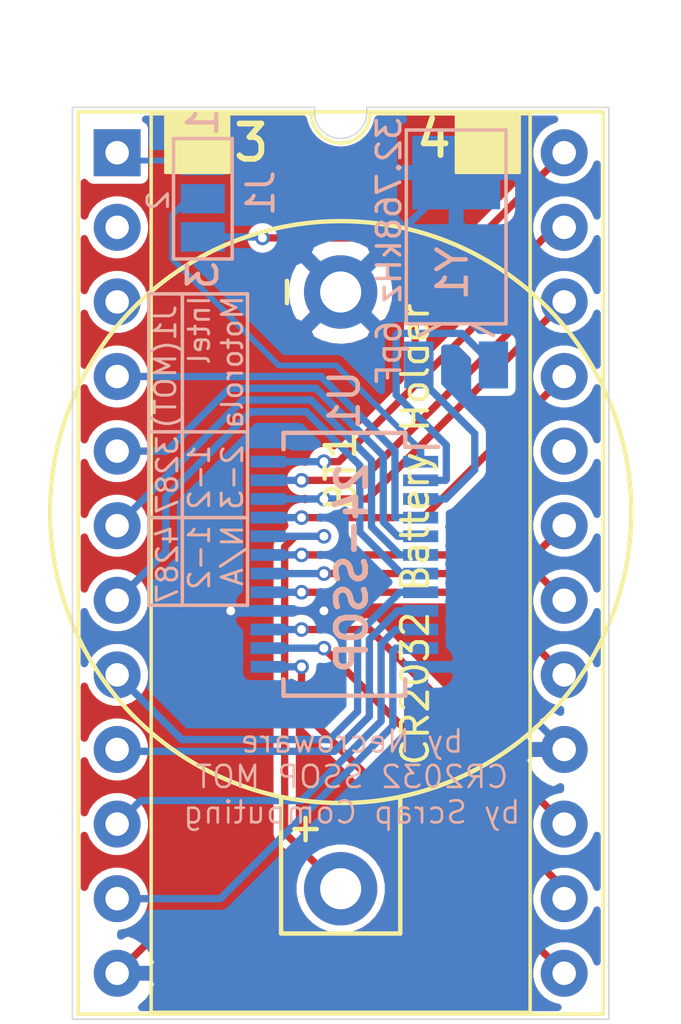
<source format=kicad_pcb>
(kicad_pcb (version 20171130) (host pcbnew 5.1.9+dfsg1-1+deb11u1)

  (general
    (thickness 1.6)
    (drawings 33)
    (tracks 166)
    (zones 0)
    (modules 5)
    (nets 25)
  )

  (page A4)
  (title_block
    (title nwX287)
    (date 2021-12-15)
    (rev 1a)
    (company Necroware)
    (comment 1 "by Scorp")
  )

  (layers
    (0 F.Cu signal)
    (31 B.Cu signal)
    (32 B.Adhes user)
    (33 F.Adhes user)
    (34 B.Paste user)
    (35 F.Paste user)
    (36 B.SilkS user)
    (37 F.SilkS user)
    (38 B.Mask user)
    (39 F.Mask user)
    (40 Dwgs.User user)
    (41 Cmts.User user)
    (42 Eco1.User user)
    (43 Eco2.User user)
    (44 Edge.Cuts user)
    (45 Margin user)
    (46 B.CrtYd user)
    (47 F.CrtYd user)
    (48 B.Fab user)
    (49 F.Fab user)
  )

  (setup
    (last_trace_width 0.2)
    (user_trace_width 0.25)
    (trace_clearance 0.15)
    (zone_clearance 0.254)
    (zone_45_only no)
    (trace_min 0.2)
    (via_size 0.5)
    (via_drill 0.3)
    (via_min_size 0.4)
    (via_min_drill 0.3)
    (uvia_size 0.3)
    (uvia_drill 0.1)
    (uvias_allowed yes)
    (uvia_min_size 0.2)
    (uvia_min_drill 0.1)
    (edge_width 0.05)
    (segment_width 0.2)
    (pcb_text_width 0.3)
    (pcb_text_size 1.5 1.5)
    (mod_edge_width 0.12)
    (mod_text_size 1 1)
    (mod_text_width 0.15)
    (pad_size 1.524 1.524)
    (pad_drill 0.762)
    (pad_to_mask_clearance 0)
    (aux_axis_origin 0 0)
    (visible_elements FFFFFF7F)
    (pcbplotparams
      (layerselection 0x010fc_ffffffff)
      (usegerberextensions false)
      (usegerberattributes false)
      (usegerberadvancedattributes true)
      (creategerberjobfile true)
      (excludeedgelayer true)
      (linewidth 0.100000)
      (plotframeref false)
      (viasonmask false)
      (mode 1)
      (useauxorigin false)
      (hpglpennumber 1)
      (hpglpenspeed 20)
      (hpglpendiameter 15.000000)
      (psnegative false)
      (psa4output false)
      (plotreference true)
      (plotvalue true)
      (plotinvisibletext false)
      (padsonsilk false)
      (subtractmaskfromsilk false)
      (outputformat 1)
      (mirror false)
      (drillshape 0)
      (scaleselection 1)
      (outputdirectory "./gerber2032"))
  )

  (net 0 "")
  (net 1 GND)
  (net 2 VCC)
  (net 3 SQW)
  (net 4 AD7)
  (net 5 AD6)
  (net 6 AD5)
  (net 7 AD4)
  (net 8 INT)
  (net 9 AD3)
  (net 10 RST)
  (net 11 AD2)
  (net 12 DS)
  (net 13 AD1)
  (net 14 AD0)
  (net 15 RW)
  (net 16 AS)
  (net 17 CS)
  (net 18 BC)
  (net 19 X2)
  (net 20 X1)
  (net 21 CEO)
  (net 22 CEI)
  (net 23 VOUT)
  (net 24 "Net-(J1-Pad2)")

  (net_class Default "This is the default net class."
    (clearance 0.15)
    (trace_width 0.2)
    (via_dia 0.5)
    (via_drill 0.3)
    (uvia_dia 0.3)
    (uvia_drill 0.1)
    (add_net AD0)
    (add_net AD1)
    (add_net AD2)
    (add_net AD3)
    (add_net AD4)
    (add_net AD5)
    (add_net AD6)
    (add_net AD7)
    (add_net AS)
    (add_net CEI)
    (add_net CEO)
    (add_net CS)
    (add_net DS)
    (add_net INT)
    (add_net "Net-(J1-Pad2)")
    (add_net "Net-(U2-Pad2)")
    (add_net "Net-(U2-Pad20)")
    (add_net "Net-(U2-Pad3)")
    (add_net RST)
    (add_net RW)
    (add_net SQW)
    (add_net VOUT)
    (add_net X1)
    (add_net X2)
  )

  (net_class Power ""
    (clearance 0.2)
    (trace_width 0.35)
    (via_dia 0.5)
    (via_drill 0.3)
    (uvia_dia 0.3)
    (uvia_drill 0.1)
    (add_net BC)
    (add_net GND)
    (add_net VCC)
  )

  (module nwX287.2032.ssop:CR2032_battery_holder (layer F.Cu) (tedit 648FF404) (tstamp 6490512F)
    (at 134.62 104.521 90)
    (path /60A1174E)
    (fp_text reference BT1 (at 14.224 0 90) (layer F.SilkS)
      (effects (font (size 1 1) (thickness 0.15)))
    )
    (fp_text value CR2032 (at 13.97 -2.032 90) (layer F.Fab)
      (effects (font (size 1 1) (thickness 0.15)))
    )
    (fp_text user - (at 20.32 -1.905 90) (layer F.SilkS)
      (effects (font (size 1 1) (thickness 0.15)))
    )
    (fp_text user + (at 2.032 -1.27 90) (layer F.SilkS)
      (effects (font (size 1 1) (thickness 0.15)))
    )
    (fp_line (start -1.524 2.032) (end 3.048 2.032) (layer F.SilkS) (width 0.15))
    (fp_line (start -1.524 -2.032) (end 3.048 -2.032) (layer F.SilkS) (width 0.15))
    (fp_circle (center 12.826186 0) (end 22.732186 0.127) (layer F.SilkS) (width 0.15))
    (fp_line (start -1.524 -2.032) (end -1.524 2.032) (layer F.SilkS) (width 0.15))
    (fp_circle (center 13.716 0) (end 23.368 6.35) (layer F.CrtYd) (width 0.12))
    (fp_line (start 2.667 -3.302) (end -2.413 -3.302) (layer F.CrtYd) (width 0.12))
    (fp_line (start -2.413 -3.302) (end -2.413 3.175) (layer F.CrtYd) (width 0.12))
    (fp_line (start -2.413 3.175) (end 2.667 3.175) (layer F.CrtYd) (width 0.12))
    (fp_line (start 2.667 -3.302) (end 2.667 3.175) (layer F.CrtYd) (width 0.12))
    (pad 2 thru_hole circle (at 20.32 0 90) (size 2.5 2.5) (drill 1.4) (layers *.Cu *.Mask)
      (net 1 GND))
    (pad 1 thru_hole circle (at 0 0 90) (size 2.5 2.5) (drill 1.4) (layers *.Cu *.Mask)
      (net 18 BC))
  )

  (module Jumper:SolderJumper-3_P1.3mm_Open_Pad1.0x1.5mm_NumberLabels (layer B.Cu) (tedit 5A3F6CCC) (tstamp 649A89A7)
    (at 129.921 81.026 270)
    (descr "SMD Solder Jumper, 1x1.5mm Pads, 0.3mm gap, open, labeled with numbers")
    (tags "solder jumper open")
    (path /649A3B00)
    (attr virtual)
    (fp_text reference J1 (at -0.1905 -1.9685 90) (layer B.SilkS)
      (effects (font (size 0.9 0.9) (thickness 0.13)) (justify mirror))
    )
    (fp_text value Conn_01x03_Male (at 0 -1.9 90) (layer B.Fab)
      (effects (font (size 1 1) (thickness 0.15)) (justify mirror))
    )
    (fp_text user 1 (at -2.6 0 90) (layer B.SilkS)
      (effects (font (size 1 1) (thickness 0.15)) (justify mirror))
    )
    (fp_text user 3 (at 2.6 0 90) (layer B.SilkS)
      (effects (font (size 1 1) (thickness 0.15)) (justify mirror))
    )
    (fp_line (start -2.05 -1) (end -2.05 1) (layer B.SilkS) (width 0.12))
    (fp_line (start 2.05 -1) (end -2.05 -1) (layer B.SilkS) (width 0.12))
    (fp_line (start 2.05 1) (end 2.05 -1) (layer B.SilkS) (width 0.12))
    (fp_line (start -2.05 1) (end 2.05 1) (layer B.SilkS) (width 0.12))
    (fp_line (start -2.3 1.25) (end 2.3 1.25) (layer B.CrtYd) (width 0.05))
    (fp_line (start -2.3 1.25) (end -2.3 -1.25) (layer B.CrtYd) (width 0.05))
    (fp_line (start 2.3 -1.25) (end 2.3 1.25) (layer B.CrtYd) (width 0.05))
    (fp_line (start 2.3 -1.25) (end -2.3 -1.25) (layer B.CrtYd) (width 0.05))
    (pad 1 smd rect (at -1.3 0 270) (size 1 1.5) (layers B.Cu B.Mask)
      (net 23 VOUT))
    (pad 2 smd rect (at 0 0 270) (size 1 1.5) (layers B.Cu B.Mask)
      (net 24 "Net-(J1-Pad2)"))
    (pad 3 smd rect (at 1.3 0 270) (size 1 1.5) (layers B.Cu B.Mask)
      (net 2 VCC))
  )

  (module Package_SO:SSOP-24_3.9x8.7mm_P0.635mm (layer B.Cu) (tedit 5A02F25C) (tstamp 60BAAB2C)
    (at 134.747 93.472 180)
    (descr "SSOP24: plastic shrink small outline package; 24 leads; body width 3.9 mm; lead pitch 0.635; (see NXP SSOP-TSSOP-VSO-REFLOW.pdf and sot556-1_po.pdf)")
    (tags "SSOP 0.635")
    (path /60A06FF2)
    (attr smd)
    (fp_text reference U1 (at 0 5.588 90) (layer B.SilkS)
      (effects (font (size 1 1) (thickness 0.15)) (justify mirror))
    )
    (fp_text value bq4285 (at 0 -5.4) (layer B.Fab)
      (effects (font (size 1 1) (thickness 0.15)) (justify mirror))
    )
    (fp_text user %R (at 0 0) (layer B.Fab)
      (effects (font (size 0.8 0.8) (thickness 0.15)) (justify mirror))
    )
    (fp_line (start -0.95 4.35) (end 1.95 4.35) (layer B.Fab) (width 0.15))
    (fp_line (start 1.95 4.35) (end 1.95 -4.35) (layer B.Fab) (width 0.15))
    (fp_line (start 1.95 -4.35) (end -1.95 -4.35) (layer B.Fab) (width 0.15))
    (fp_line (start -1.95 -4.35) (end -1.95 3.35) (layer B.Fab) (width 0.15))
    (fp_line (start -1.95 3.35) (end -0.95 4.35) (layer B.Fab) (width 0.15))
    (fp_line (start -3.45 4.65) (end -3.45 -4.65) (layer B.CrtYd) (width 0.05))
    (fp_line (start 3.45 4.65) (end 3.45 -4.65) (layer B.CrtYd) (width 0.05))
    (fp_line (start -3.45 4.65) (end 3.45 4.65) (layer B.CrtYd) (width 0.05))
    (fp_line (start -3.45 -4.65) (end 3.45 -4.65) (layer B.CrtYd) (width 0.05))
    (fp_line (start -2.075 4.475) (end -2.075 4) (layer B.SilkS) (width 0.15))
    (fp_line (start 2.075 4.475) (end 2.075 3.9175) (layer B.SilkS) (width 0.15))
    (fp_line (start 2.075 -4.475) (end 2.075 -3.9175) (layer B.SilkS) (width 0.15))
    (fp_line (start -2.075 -4.475) (end -2.075 -3.9175) (layer B.SilkS) (width 0.15))
    (fp_line (start -2.075 4.475) (end 2.075 4.475) (layer B.SilkS) (width 0.15))
    (fp_line (start -2.075 -4.475) (end 2.075 -4.475) (layer B.SilkS) (width 0.15))
    (fp_line (start -2.075 4) (end -3.2 4) (layer B.SilkS) (width 0.15))
    (pad 24 smd rect (at 2.6 3.4925 180) (size 1.2 0.4) (layers B.Cu B.Paste B.Mask)
      (net 2 VCC))
    (pad 23 smd rect (at 2.6 2.8575 180) (size 1.2 0.4) (layers B.Cu B.Paste B.Mask)
      (net 3 SQW))
    (pad 22 smd rect (at 2.6 2.2225 180) (size 1.2 0.4) (layers B.Cu B.Paste B.Mask)
      (net 21 CEO))
    (pad 21 smd rect (at 2.6 1.5875 180) (size 1.2 0.4) (layers B.Cu B.Paste B.Mask)
      (net 22 CEI))
    (pad 20 smd rect (at 2.6 0.9525 180) (size 1.2 0.4) (layers B.Cu B.Paste B.Mask)
      (net 18 BC))
    (pad 19 smd rect (at 2.6 0.3175 180) (size 1.2 0.4) (layers B.Cu B.Paste B.Mask)
      (net 8 INT))
    (pad 18 smd rect (at 2.6 -0.3175 180) (size 1.2 0.4) (layers B.Cu B.Paste B.Mask)
      (net 10 RST))
    (pad 17 smd rect (at 2.6 -0.9525 180) (size 1.2 0.4) (layers B.Cu B.Paste B.Mask)
      (net 12 DS))
    (pad 16 smd rect (at 2.6 -1.5875 180) (size 1.2 0.4) (layers B.Cu B.Paste B.Mask)
      (net 1 GND))
    (pad 15 smd rect (at 2.6 -2.2225 180) (size 1.2 0.4) (layers B.Cu B.Paste B.Mask)
      (net 15 RW))
    (pad 14 smd rect (at 2.6 -2.8575 180) (size 1.2 0.4) (layers B.Cu B.Paste B.Mask)
      (net 16 AS))
    (pad 13 smd rect (at 2.6 -3.4925 180) (size 1.2 0.4) (layers B.Cu B.Paste B.Mask)
      (net 17 CS))
    (pad 12 smd rect (at -2.6 -3.4925 180) (size 1.2 0.4) (layers B.Cu B.Paste B.Mask)
      (net 1 GND))
    (pad 11 smd rect (at -2.6 -2.8575 180) (size 1.2 0.4) (layers B.Cu B.Paste B.Mask)
      (net 4 AD7))
    (pad 10 smd rect (at -2.6 -2.2225 180) (size 1.2 0.4) (layers B.Cu B.Paste B.Mask)
      (net 5 AD6))
    (pad 9 smd rect (at -2.6 -1.5875 180) (size 1.2 0.4) (layers B.Cu B.Paste B.Mask)
      (net 6 AD5))
    (pad 8 smd rect (at -2.6 -0.9525 180) (size 1.2 0.4) (layers B.Cu B.Paste B.Mask)
      (net 7 AD4))
    (pad 7 smd rect (at -2.6 -0.3175 180) (size 1.2 0.4) (layers B.Cu B.Paste B.Mask)
      (net 9 AD3))
    (pad 6 smd rect (at -2.6 0.3175 180) (size 1.2 0.4) (layers B.Cu B.Paste B.Mask)
      (net 11 AD2))
    (pad 5 smd rect (at -2.6 0.9525 180) (size 1.2 0.4) (layers B.Cu B.Paste B.Mask)
      (net 13 AD1))
    (pad 4 smd rect (at -2.6 1.5875 180) (size 1.2 0.4) (layers B.Cu B.Paste B.Mask)
      (net 14 AD0))
    (pad 3 smd rect (at -2.6 2.2225 180) (size 1.2 0.4) (layers B.Cu B.Paste B.Mask)
      (net 19 X2))
    (pad 2 smd rect (at -2.6 2.8575 180) (size 1.2 0.4) (layers B.Cu B.Paste B.Mask)
      (net 20 X1))
    (pad 1 smd rect (at -2.6 3.4925 180) (size 1.2 0.4) (layers B.Cu B.Paste B.Mask)
      (net 24 "Net-(J1-Pad2)"))
    (model ${KISYS3DMOD}/Package_SO.3dshapes/SSOP-24_3.9x8.7mm_P0.635mm.wrl
      (at (xyz 0 0 0))
      (scale (xyz 1 1 1))
      (rotate (xyz 0 0 0))
    )
  )

  (module Package_DIP:DIP-24_W15.24mm_Socket (layer F.Cu) (tedit 5A02E8C5) (tstamp 60AA500D)
    (at 127 79.459001)
    (descr "24-lead though-hole mounted DIP package, row spacing 15.24 mm (600 mils), Socket")
    (tags "THT DIP DIL PDIP 2.54mm 15.24mm 600mil Socket")
    (path /60A068FA)
    (fp_text reference U2 (at 7.62 -2.33) (layer F.SilkS) hide
      (effects (font (size 1 1) (thickness 0.15)))
    )
    (fp_text value socket (at 7.62 30.27) (layer F.Fab) hide
      (effects (font (size 1 1) (thickness 0.15)))
    )
    (fp_text user %R (at 7.62 13.97) (layer F.Fab) hide
      (effects (font (size 1 1) (thickness 0.15)))
    )
    (fp_arc (start 7.62 -1.33) (end 6.62 -1.33) (angle -180) (layer F.SilkS) (width 0.12))
    (fp_line (start 1.255 -1.27) (end 14.985 -1.27) (layer F.Fab) (width 0.1))
    (fp_line (start 14.985 -1.27) (end 14.985 29.21) (layer F.Fab) (width 0.1))
    (fp_line (start 14.985 29.21) (end 0.255 29.21) (layer F.Fab) (width 0.1))
    (fp_line (start 0.255 29.21) (end 0.255 -0.27) (layer F.Fab) (width 0.1))
    (fp_line (start 0.255 -0.27) (end 1.255 -1.27) (layer F.Fab) (width 0.1))
    (fp_line (start -1.27 -1.33) (end -1.27 29.27) (layer F.Fab) (width 0.1))
    (fp_line (start -1.27 29.27) (end 16.51 29.27) (layer F.Fab) (width 0.1))
    (fp_line (start 16.51 29.27) (end 16.51 -1.33) (layer F.Fab) (width 0.1))
    (fp_line (start 16.51 -1.33) (end -1.27 -1.33) (layer F.Fab) (width 0.1))
    (fp_line (start 6.62 -1.33) (end 1.16 -1.33) (layer F.SilkS) (width 0.12))
    (fp_line (start 1.16 -1.33) (end 1.16 29.27) (layer F.SilkS) (width 0.12))
    (fp_line (start 1.16 29.27) (end 14.08 29.27) (layer F.SilkS) (width 0.12))
    (fp_line (start 14.08 29.27) (end 14.08 -1.33) (layer F.SilkS) (width 0.12))
    (fp_line (start 14.08 -1.33) (end 8.62 -1.33) (layer F.SilkS) (width 0.12))
    (fp_line (start -1.33 -1.39) (end -1.33 29.33) (layer F.SilkS) (width 0.12))
    (fp_line (start -1.33 29.33) (end 16.57 29.33) (layer F.SilkS) (width 0.12))
    (fp_line (start 16.57 29.33) (end 16.57 -1.39) (layer F.SilkS) (width 0.12))
    (fp_line (start 16.57 -1.39) (end -1.33 -1.39) (layer F.SilkS) (width 0.12))
    (fp_line (start -1.55 -1.6) (end -1.55 29.55) (layer F.CrtYd) (width 0.05))
    (fp_line (start -1.55 29.55) (end 16.8 29.55) (layer F.CrtYd) (width 0.05))
    (fp_line (start 16.8 29.55) (end 16.8 -1.6) (layer F.CrtYd) (width 0.05))
    (fp_line (start 16.8 -1.6) (end -1.55 -1.6) (layer F.CrtYd) (width 0.05))
    (pad 24 thru_hole oval (at 15.24 0) (size 1.6 1.6) (drill 0.8) (layers *.Cu *.Mask)
      (net 2 VCC))
    (pad 12 thru_hole oval (at 0 27.94) (size 1.6 1.6) (drill 0.8) (layers *.Cu *.Mask)
      (net 1 GND))
    (pad 23 thru_hole oval (at 15.24 2.54) (size 1.6 1.6) (drill 0.8) (layers *.Cu *.Mask)
      (net 3 SQW))
    (pad 11 thru_hole oval (at 0 25.4) (size 1.6 1.6) (drill 0.8) (layers *.Cu *.Mask)
      (net 4 AD7))
    (pad 22 thru_hole oval (at 15.24 5.08) (size 1.6 1.6) (drill 0.8) (layers *.Cu *.Mask)
      (net 21 CEO))
    (pad 10 thru_hole oval (at 0 22.86) (size 1.6 1.6) (drill 0.8) (layers *.Cu *.Mask)
      (net 5 AD6))
    (pad 21 thru_hole oval (at 15.24 7.62) (size 1.6 1.6) (drill 0.8) (layers *.Cu *.Mask)
      (net 22 CEI))
    (pad 9 thru_hole oval (at 0 20.32) (size 1.6 1.6) (drill 0.8) (layers *.Cu *.Mask)
      (net 6 AD5))
    (pad 20 thru_hole oval (at 15.24 10.16) (size 1.6 1.6) (drill 0.8) (layers *.Cu *.Mask))
    (pad 8 thru_hole oval (at 0 17.78) (size 1.6 1.6) (drill 0.8) (layers *.Cu *.Mask)
      (net 7 AD4))
    (pad 19 thru_hole oval (at 15.24 12.7) (size 1.6 1.6) (drill 0.8) (layers *.Cu *.Mask)
      (net 8 INT))
    (pad 7 thru_hole oval (at 0 15.24) (size 1.6 1.6) (drill 0.8) (layers *.Cu *.Mask)
      (net 9 AD3))
    (pad 18 thru_hole oval (at 15.24 15.24) (size 1.6 1.6) (drill 0.8) (layers *.Cu *.Mask)
      (net 10 RST))
    (pad 6 thru_hole oval (at 0 12.7) (size 1.6 1.6) (drill 0.8) (layers *.Cu *.Mask)
      (net 11 AD2))
    (pad 17 thru_hole oval (at 15.24 17.78) (size 1.6 1.6) (drill 0.8) (layers *.Cu *.Mask)
      (net 12 DS))
    (pad 5 thru_hole oval (at 0 10.16) (size 1.6 1.6) (drill 0.8) (layers *.Cu *.Mask)
      (net 13 AD1))
    (pad 16 thru_hole oval (at 15.24 20.32) (size 1.6 1.6) (drill 0.8) (layers *.Cu *.Mask)
      (net 1 GND))
    (pad 4 thru_hole oval (at 0 7.62) (size 1.6 1.6) (drill 0.8) (layers *.Cu *.Mask)
      (net 14 AD0))
    (pad 15 thru_hole oval (at 15.24 22.86) (size 1.6 1.6) (drill 0.8) (layers *.Cu *.Mask)
      (net 15 RW))
    (pad 3 thru_hole oval (at 0 5.08) (size 1.6 1.6) (drill 0.8) (layers *.Cu *.Mask))
    (pad 14 thru_hole oval (at 15.24 25.4) (size 1.6 1.6) (drill 0.8) (layers *.Cu *.Mask)
      (net 16 AS))
    (pad 2 thru_hole oval (at 0 2.54) (size 1.6 1.6) (drill 0.8) (layers *.Cu *.Mask))
    (pad 13 thru_hole oval (at 15.24 27.94) (size 1.6 1.6) (drill 0.8) (layers *.Cu *.Mask)
      (net 17 CS))
    (pad 1 thru_hole rect (at 0 0) (size 1.6 1.6) (drill 0.8) (layers *.Cu *.Mask)
      (net 23 VOUT))
    (model ${KISYS3DMOD}/Package_DIP.3dshapes/DIP-24_W15.24mm_Socket.wrl
      (at (xyz 0 0 0))
      (scale (xyz 1 1 1))
      (rotate (xyz 0 0 0))
    )
  )

  (module Crystal:Crystal_SMD_FrontierElectronics_FM206 (layer B.Cu) (tedit 5A1AD604) (tstamp 60A7C320)
    (at 138.557 83.185)
    (descr "SMD Watch Crystal FrontierElectronics FM206 6.0mm length 1.9mm diameter http://www.chinafronter.com/wp-content/uploads/2013/12/FM206.pdf")
    (tags ['FM206'])
    (path /60A0ABAA)
    (attr smd)
    (fp_text reference Y1 (at -0.127 0.381 90) (layer B.SilkS)
      (effects (font (size 1 1) (thickness 0.15)) (justify mirror))
    )
    (fp_text value "32.768kHz 6pF" (at -2.286 -0.381 90) (layer B.SilkS)
      (effects (font (size 0.8 0.8) (thickness 0.12)) (justify mirror))
    )
    (fp_text user %R (at 0 -0.3 180) (layer B.Fab)
      (effects (font (size 0.6 0.6) (thickness 0.09)) (justify mirror))
    )
    (fp_line (start -0.95 1.9) (end -0.95 -4.1) (layer B.Fab) (width 0.1))
    (fp_line (start -0.95 -4.1) (end 0.95 -4.1) (layer B.Fab) (width 0.1))
    (fp_line (start 0.95 -4.1) (end 0.95 1.9) (layer B.Fab) (width 0.1))
    (fp_line (start 0.95 1.9) (end -0.95 1.9) (layer B.Fab) (width 0.1))
    (fp_line (start -0.5 1.9) (end -1.27 2.7) (layer B.Fab) (width 0.1))
    (fp_line (start -1.27 2.7) (end -1.27 3.5) (layer B.Fab) (width 0.1))
    (fp_line (start 0.5 1.9) (end 1.27 2.7) (layer B.Fab) (width 0.1))
    (fp_line (start 1.27 2.7) (end 1.27 3.5) (layer B.Fab) (width 0.1))
    (fp_line (start -1.7 2.1) (end -1.7 -4.5) (layer B.SilkS) (width 0.12))
    (fp_line (start -1.7 -4.5) (end 1.7 -4.5) (layer B.SilkS) (width 0.12))
    (fp_line (start 1.7 -4.5) (end 1.7 2.1) (layer B.SilkS) (width 0.12))
    (fp_line (start 1.7 2.1) (end -1.7 2.1) (layer B.SilkS) (width 0.12))
    (fp_line (start -0.5 2.1) (end -1.27 2.5) (layer B.SilkS) (width 0.12))
    (fp_line (start -1.27 2.5) (end -1.27 2.5) (layer B.SilkS) (width 0.12))
    (fp_line (start 0.5 2.1) (end 1.27 2.5) (layer B.SilkS) (width 0.12))
    (fp_line (start 1.27 2.5) (end 1.27 2.5) (layer B.SilkS) (width 0.12))
    (fp_line (start -2.1 4.63) (end -2.1 -5.07) (layer B.CrtYd) (width 0.05))
    (fp_line (start -2.1 -5.07) (end 2.1 -5.07) (layer B.CrtYd) (width 0.05))
    (fp_line (start 2.1 -5.07) (end 2.1 4.63) (layer B.CrtYd) (width 0.05))
    (fp_line (start 2.1 4.63) (end -2.1 4.63) (layer B.CrtYd) (width 0.05))
    (pad 3 smd rect (at 0 -3.05) (size 3 2.5) (layers B.Cu B.Paste B.Mask)
      (net 1 GND))
    (pad 2 smd rect (at 1.27 3.5) (size 1 1.6) (layers B.Cu B.Paste B.Mask)
      (net 20 X1))
    (pad 1 smd rect (at -1.27 3.5) (size 1 1.6) (layers B.Cu B.Paste B.Mask)
      (net 19 X2))
    (model ${KISYS3DMOD}/Crystal.3dshapes/Crystal_SMD_FrontierElectronics_FM206.wrl
      (offset (xyz 0 0.224999996200839 0))
      (scale (xyz 1 1 1))
      (rotate (xyz 0 0 0))
    )
  )

  (gr_text 2 (at 128.397 81.0895 90) (layer B.SilkS)
    (effects (font (size 0.7 0.7) (thickness 0.1)) (justify mirror))
  )
  (gr_line (start 128.0795 84.2645) (end 131.445 84.2645) (layer B.SilkS) (width 0.12) (tstamp 64A48C50))
  (gr_line (start 128.0795 84.2645) (end 128.0795 94.869) (layer B.SilkS) (width 0.12) (tstamp 64A48C45))
  (gr_line (start 131.445 84.2645) (end 131.445 94.869) (layer B.SilkS) (width 0.12) (tstamp 64A48C09))
  (gr_line (start 128.0795 94.869) (end 131.445 94.869) (layer B.SilkS) (width 0.12) (tstamp 64A48C03))
  (gr_text "J1(MOT)" (at 128.651 84.582 90) (layer B.SilkS) (tstamp 64A48AF9)
    (effects (font (size 0.7 0.7) (thickness 0.1)) (justify left mirror))
  )
  (gr_text "1-2\nN/A" (at 130.3655 92.075 90) (layer B.SilkS) (tstamp 64A48A72)
    (effects (font (size 0.7 0.7) (thickness 0.1)) (justify left mirror))
  )
  (gr_text "1-2\n2-3" (at 130.3655 89.3445 90) (layer B.SilkS) (tstamp 64A48B8C)
    (effects (font (size 0.7 0.7) (thickness 0.1)) (justify left mirror))
  )
  (gr_line (start 128.0795 91.8845) (end 131.445 91.8845) (layer B.SilkS) (width 0.12) (tstamp 64A4893B))
  (gr_text 4287 (at 128.7145 92.075 90) (layer B.SilkS) (tstamp 64A4891C)
    (effects (font (size 0.7 0.7) (thickness 0.1)) (justify left mirror))
  )
  (gr_text 3287 (at 128.7145 89.027 90) (layer B.SilkS) (tstamp 64A48908)
    (effects (font (size 0.7 0.7) (thickness 0.1)) (justify left mirror))
  )
  (gr_line (start 129.2225 84.2645) (end 129.2225 94.869) (layer B.SilkS) (width 0.12))
  (gr_line (start 128.0795 88.9635) (end 131.445 88.9635) (layer B.SilkS) (width 0.12))
  (gr_text "Intel\nMotorola" (at 130.3655 84.2645 90) (layer B.SilkS) (tstamp 64A48A34)
    (effects (font (size 0.7 0.7) (thickness 0.1)) (justify left mirror))
  )
  (gr_line (start 133.731 77.9145) (end 133.731 78.0669) (layer Edge.Cuts) (width 0.05) (tstamp 64905734))
  (gr_line (start 135.509 77.9145) (end 135.508728 78.054208) (layer Edge.Cuts) (width 0.05))
  (gr_text "by Necroware\nCR2032 SSOP MOT\nby Scrap Computing" (at 135.001 100.711) (layer B.SilkS) (tstamp 648FF931)
    (effects (font (size 0.75 0.75) (thickness 0.09)) (justify mirror))
  )
  (gr_text 24-SSOP (at 135.001 93.599 90) (layer B.SilkS)
    (effects (font (size 1 1) (thickness 0.2)) (justify mirror))
  )
  (gr_text "CR2032 Battery Holder" (at 137.16 92.456 90) (layer F.SilkS)
    (effects (font (size 0.9 0.9) (thickness 0.13)))
  )
  (gr_text rev.1a.2032.ssop.mot (at 135.89 106.807) (layer F.Mask)
    (effects (font (size 0.6 0.6) (thickness 0.09)))
  )
  (gr_text 4 (at 137.795 78.994) (layer F.SilkS) (tstamp 60C9213F)
    (effects (font (size 1.2 1.2) (thickness 0.2)))
  )
  (gr_text 3 (at 131.572 79.121) (layer F.SilkS)
    (effects (font (size 1.2 1.2) (thickness 0.2)))
  )
  (gr_poly (pts (xy 140.716 80.137) (xy 138.557 80.137) (xy 138.557 78.105) (xy 140.716 78.105)) (layer F.SilkS) (width 0.1) (tstamp 60C92111))
  (gr_poly (pts (xy 130.81 80.137) (xy 128.651 80.137) (xy 128.651 78.105) (xy 130.81 78.105)) (layer F.SilkS) (width 0.1))
  (gr_line (start 125.476 77.9145) (end 133.731 77.9145) (layer Edge.Cuts) (width 0.05) (tstamp 60A7EEEB))
  (gr_arc (start 134.62 78.0796) (end 133.731 78.0669) (angle -182.4550325) (layer Edge.Cuts) (width 0.05))
  (gr_text nwX287.2032.ssop.mot (at 134.6835 107.95) (layer F.Mask) (tstamp 60A873CF)
    (effects (font (size 0.75 0.75) (thickness 0.1)))
  )
  (gr_line (start 125.476 108.966) (end 125.476 77.9145) (layer Edge.Cuts) (width 0.05))
  (gr_line (start 143.764 108.966) (end 125.476 108.966) (layer Edge.Cuts) (width 0.05))
  (gr_line (start 143.764 77.9145) (end 143.764 108.966) (layer Edge.Cuts) (width 0.05))
  (gr_line (start 135.509 77.9145) (end 143.764 77.9145) (layer Edge.Cuts) (width 0.05))
  (gr_text "by Necroware\n2032 SSOP by Scrap Computing" (at 130.937 91.4908 90) (layer F.Mask) (tstamp 64909A87)
    (effects (font (size 0.7 0.7) (thickness 0.09)))
  )
  (gr_text nwX287.2032.ssop.mot (at 134.747 107.823) (layer B.Mask) (tstamp 60C91C36)
    (effects (font (size 0.7 0.7) (thickness 0.1)) (justify mirror))
  )

  (segment (start 132.147 95.0595) (end 130.8735 95.0595) (width 0.25) (layer B.Cu) (net 1))
  (segment (start 130.8735 95.0595) (end 130.8735 95.0595) (width 0.25) (layer B.Cu) (net 1) (tstamp 648FEA62))
  (via (at 130.8735 95.0595) (size 0.5) (drill 0.3) (layers F.Cu B.Cu) (net 1))
  (segment (start 132.147 95.0595) (end 133.2865 95.0595) (width 0.25) (layer B.Cu) (net 1))
  (segment (start 133.2865 95.0595) (end 133.4135 95.0595) (width 0.25) (layer B.Cu) (net 1) (tstamp 648FEA96))
  (segment (start 137.520499 95.0595) (end 142.24 99.779001) (width 0.25) (layer F.Cu) (net 1))
  (segment (start 133.2865 95.0595) (end 137.520499 95.0595) (width 0.25) (layer F.Cu) (net 1))
  (segment (start 130.813501 95.119499) (end 130.8735 95.0595) (width 0.25) (layer F.Cu) (net 1))
  (segment (start 130.597499 95.119499) (end 130.813501 95.119499) (width 0.25) (layer F.Cu) (net 1))
  (segment (start 130.298499 95.418499) (end 130.597499 95.119499) (width 0.25) (layer F.Cu) (net 1))
  (segment (start 130.298499 104.100502) (end 130.298499 95.418499) (width 0.25) (layer F.Cu) (net 1))
  (segment (start 127 107.399001) (end 130.298499 104.100502) (width 0.25) (layer F.Cu) (net 1))
  (segment (start 139.425499 96.9645) (end 142.24 99.779001) (width 0.25) (layer B.Cu) (net 1))
  (segment (start 137.347 96.9645) (end 139.425499 96.9645) (width 0.25) (layer B.Cu) (net 1))
  (segment (start 132.147 95.0595) (end 134.0485 95.0595) (width 0.25) (layer B.Cu) (net 1))
  (segment (start 134.0485 95.0595) (end 134.1755 95.0595) (width 0.25) (layer B.Cu) (net 1) (tstamp 648FF223))
  (via (at 134.0485 95.0595) (size 0.5) (drill 0.3) (layers F.Cu B.Cu) (net 1))
  (segment (start 138.557 80.264) (end 138.557 80.135) (width 0.25) (layer B.Cu) (net 1))
  (segment (start 134.62 84.201) (end 138.557 80.264) (width 0.25) (layer B.Cu) (net 1))
  (segment (start 130.8735 87.9475) (end 130.8735 95.0595) (width 0.25) (layer F.Cu) (net 1))
  (segment (start 134.62 84.201) (end 130.8735 87.9475) (width 0.25) (layer F.Cu) (net 1))
  (segment (start 132.147 89.9795) (end 133.2865 89.9795) (width 0.25) (layer B.Cu) (net 2))
  (segment (start 133.2865 89.9795) (end 133.2865 89.9795) (width 0.25) (layer B.Cu) (net 2) (tstamp 648FF002))
  (segment (start 132.147 89.9795) (end 134.0485 89.9795) (width 0.25) (layer B.Cu) (net 2))
  (segment (start 134.0485 89.9795) (end 134.0485 89.9795) (width 0.25) (layer B.Cu) (net 2) (tstamp 648FF167))
  (via (at 134.0485 89.9795) (size 0.5) (drill 0.3) (layers F.Cu B.Cu) (net 2))
  (segment (start 134.0485 89.9795) (end 134.5565 89.9795) (width 0.25) (layer F.Cu) (net 2))
  (segment (start 139.446 82.253001) (end 142.24 79.459001) (width 0.25) (layer F.Cu) (net 2))
  (segment (start 139.446 85.09) (end 139.446 82.253001) (width 0.25) (layer F.Cu) (net 2))
  (segment (start 137.16 87.376) (end 137.16 83.439) (width 0.25) (layer F.Cu) (net 2))
  (segment (start 134.5565 89.9795) (end 137.16 87.376) (width 0.25) (layer F.Cu) (net 2))
  (segment (start 137.16 87.376) (end 139.446 85.09) (width 0.25) (layer F.Cu) (net 2))
  (segment (start 137.16 83.439) (end 136.0805 82.3595) (width 0.25) (layer F.Cu) (net 2))
  (segment (start 136.0805 82.3595) (end 131.953 82.3595) (width 0.25) (layer F.Cu) (net 2))
  (segment (start 131.953 82.3595) (end 131.953 82.3595) (width 0.25) (layer F.Cu) (net 2) (tstamp 649A1B35))
  (via (at 131.953 82.3595) (size 0.5) (drill 0.3) (layers F.Cu B.Cu) (net 2))
  (segment (start 131.9195 82.326) (end 131.953 82.3595) (width 0.25) (layer B.Cu) (net 2))
  (segment (start 129.921 82.326) (end 131.9195 82.326) (width 0.25) (layer B.Cu) (net 2))
  (segment (start 132.147 90.6145) (end 133.2865 90.6145) (width 0.25) (layer B.Cu) (net 3))
  (via (at 133.2865 90.6145) (size 0.5) (drill 0.3) (layers F.Cu B.Cu) (net 3))
  (segment (start 141.901999 81.999001) (end 142.24 81.999001) (width 0.25) (layer F.Cu) (net 3))
  (segment (start 133.2865 90.6145) (end 135.3185 90.6145) (width 0.25) (layer F.Cu) (net 3))
  (segment (start 140.843 85.09) (end 140.843 83.058) (width 0.25) (layer F.Cu) (net 3))
  (segment (start 135.3185 90.6145) (end 140.843 85.09) (width 0.25) (layer F.Cu) (net 3))
  (segment (start 140.843 83.058) (end 141.901999 81.999001) (width 0.25) (layer F.Cu) (net 3))
  (segment (start 130.518095 104.859001) (end 127 104.859001) (width 0.25) (layer B.Cu) (net 4))
  (segment (start 136.398 96.4285) (end 136.398 98.979096) (width 0.25) (layer B.Cu) (net 4))
  (segment (start 136.497 96.3295) (end 136.398 96.4285) (width 0.25) (layer B.Cu) (net 4))
  (segment (start 136.398 98.979096) (end 130.518095 104.859001) (width 0.25) (layer B.Cu) (net 4))
  (segment (start 137.347 96.3295) (end 136.497 96.3295) (width 0.25) (layer B.Cu) (net 4))
  (segment (start 127.799999 101.519002) (end 133.292396 101.519002) (width 0.25) (layer B.Cu) (net 5))
  (segment (start 127 102.319001) (end 127.799999 101.519002) (width 0.25) (layer B.Cu) (net 5))
  (segment (start 134.804699 100.006699) (end 135.99799 98.813408) (width 0.25) (layer B.Cu) (net 5))
  (segment (start 133.292396 101.519002) (end 134.804699 100.006699) (width 0.25) (layer B.Cu) (net 5))
  (segment (start 136.497 95.6945) (end 137.347 95.6945) (width 0.25) (layer B.Cu) (net 5))
  (segment (start 135.99799 96.19351) (end 136.497 95.6945) (width 0.25) (layer B.Cu) (net 5))
  (segment (start 135.99799 98.813408) (end 135.99799 96.19351) (width 0.25) (layer B.Cu) (net 5))
  (segment (start 127.062009 99.84101) (end 134.404689 99.84101) (width 0.25) (layer B.Cu) (net 6))
  (segment (start 127 99.779001) (end 127.062009 99.84101) (width 0.25) (layer B.Cu) (net 6))
  (segment (start 134.648849 99.596849) (end 135.59798 98.64772) (width 0.25) (layer B.Cu) (net 6) (tstamp 648FF9AD))
  (segment (start 134.404689 99.84101) (end 134.648849 99.596849) (width 0.25) (layer B.Cu) (net 6))
  (segment (start 135.59798 96.027821) (end 136.566301 95.0595) (width 0.25) (layer B.Cu) (net 6))
  (segment (start 136.566301 95.0595) (end 137.347 95.0595) (width 0.25) (layer B.Cu) (net 6))
  (segment (start 135.59798 98.64772) (end 135.59798 96.027821) (width 0.25) (layer B.Cu) (net 6))
  (segment (start 136.635602 94.4245) (end 137.347 94.4245) (width 0.25) (layer B.Cu) (net 7))
  (segment (start 135.19797 95.862132) (end 136.635602 94.4245) (width 0.25) (layer B.Cu) (net 7))
  (segment (start 134.238999 99.441) (end 135.19797 98.482029) (width 0.25) (layer B.Cu) (net 7))
  (segment (start 135.19797 98.482029) (end 135.19797 95.862132) (width 0.25) (layer B.Cu) (net 7))
  (segment (start 129.201999 99.441) (end 134.238999 99.441) (width 0.25) (layer B.Cu) (net 7))
  (segment (start 127 97.239001) (end 129.201999 99.441) (width 0.25) (layer B.Cu) (net 7))
  (segment (start 132.147 93.1545) (end 133.2865 93.1545) (width 0.25) (layer B.Cu) (net 8))
  (via (at 133.2865 93.1545) (size 0.5) (drill 0.3) (layers F.Cu B.Cu) (net 8))
  (segment (start 141.244501 93.1545) (end 142.24 92.159001) (width 0.25) (layer F.Cu) (net 8))
  (segment (start 133.2865 93.1545) (end 141.244501 93.1545) (width 0.25) (layer F.Cu) (net 8))
  (segment (start 127 94.699001) (end 128.65835 93.040651) (width 0.25) (layer B.Cu) (net 9))
  (segment (start 128.65835 91.17865) (end 131.557969 88.279031) (width 0.25) (layer B.Cu) (net 9))
  (segment (start 128.65835 93.040651) (end 128.65835 91.17865) (width 0.25) (layer B.Cu) (net 9))
  (segment (start 131.557969 88.279031) (end 133.444937 88.279031) (width 0.25) (layer B.Cu) (net 9))
  (segment (start 133.444937 88.279031) (end 135.271969 90.106063) (width 0.25) (layer B.Cu) (net 9))
  (segment (start 136.686998 93.7895) (end 137.347 93.7895) (width 0.25) (layer B.Cu) (net 9))
  (segment (start 135.271969 92.374471) (end 136.686998 93.7895) (width 0.25) (layer B.Cu) (net 9))
  (segment (start 135.271969 90.106063) (end 135.271969 92.374471) (width 0.25) (layer B.Cu) (net 9))
  (segment (start 132.147 93.7895) (end 134.0485 93.7895) (width 0.25) (layer B.Cu) (net 10))
  (segment (start 134.0485 93.7895) (end 134.1755 93.7895) (width 0.25) (layer B.Cu) (net 10) (tstamp 648FF221))
  (via (at 134.0485 93.7895) (size 0.5) (drill 0.3) (layers F.Cu B.Cu) (net 10))
  (segment (start 141.330499 93.7895) (end 142.24 94.699001) (width 0.25) (layer F.Cu) (net 10))
  (segment (start 134.0485 93.7895) (end 141.330499 93.7895) (width 0.25) (layer F.Cu) (net 10))
  (segment (start 127 92.159001) (end 131.279979 87.879021) (width 0.25) (layer B.Cu) (net 11))
  (segment (start 131.279979 87.879021) (end 133.610625 87.879021) (width 0.25) (layer B.Cu) (net 11))
  (segment (start 133.610625 87.879021) (end 135.671979 89.940375) (width 0.25) (layer B.Cu) (net 11))
  (segment (start 136.635602 93.1545) (end 137.347 93.1545) (width 0.25) (layer B.Cu) (net 11))
  (segment (start 135.671979 92.190877) (end 136.635602 93.1545) (width 0.25) (layer B.Cu) (net 11))
  (segment (start 135.671979 89.940375) (end 135.671979 92.190877) (width 0.25) (layer B.Cu) (net 11))
  (segment (start 132.147 94.4245) (end 133.2865 94.4245) (width 0.25) (layer B.Cu) (net 12))
  (via (at 133.2865 94.4245) (size 0.5) (drill 0.3) (layers F.Cu B.Cu) (net 12))
  (segment (start 139.425499 94.4245) (end 142.24 97.239001) (width 0.25) (layer F.Cu) (net 12))
  (segment (start 133.2865 94.4245) (end 139.425499 94.4245) (width 0.25) (layer F.Cu) (net 12))
  (segment (start 136.566301 92.5195) (end 137.347 92.5195) (width 0.25) (layer B.Cu) (net 13))
  (segment (start 136.071989 92.025188) (end 136.566301 92.5195) (width 0.25) (layer B.Cu) (net 13))
  (segment (start 136.071989 89.774687) (end 136.071989 92.025188) (width 0.25) (layer B.Cu) (net 13))
  (segment (start 133.776313 87.479011) (end 136.071989 89.774687) (width 0.25) (layer B.Cu) (net 13))
  (segment (start 128.693999 89.619001) (end 130.833989 87.479011) (width 0.25) (layer B.Cu) (net 13))
  (segment (start 130.833989 87.479011) (end 133.776313 87.479011) (width 0.25) (layer B.Cu) (net 13))
  (segment (start 127 89.619001) (end 128.693999 89.619001) (width 0.25) (layer B.Cu) (net 13))
  (segment (start 136.497 91.8845) (end 137.347 91.8845) (width 0.25) (layer B.Cu) (net 14))
  (segment (start 136.471999 91.859499) (end 136.497 91.8845) (width 0.25) (layer B.Cu) (net 14))
  (segment (start 136.471999 89.608999) (end 136.471999 91.859499) (width 0.25) (layer B.Cu) (net 14))
  (segment (start 133.942001 87.079001) (end 136.471999 89.608999) (width 0.25) (layer B.Cu) (net 14))
  (segment (start 127 87.079001) (end 133.942001 87.079001) (width 0.25) (layer B.Cu) (net 14))
  (segment (start 132.147 95.6945) (end 133.2865 95.6945) (width 0.25) (layer B.Cu) (net 15))
  (via (at 133.2865 95.6945) (size 0.5) (drill 0.3) (layers F.Cu B.Cu) (net 15))
  (segment (start 135.615499 95.6945) (end 142.24 102.319001) (width 0.25) (layer F.Cu) (net 15))
  (segment (start 133.2865 95.6945) (end 135.615499 95.6945) (width 0.25) (layer F.Cu) (net 15))
  (segment (start 132.147 96.3295) (end 133.2865 96.3295) (width 0.25) (layer B.Cu) (net 16))
  (segment (start 132.147 96.3295) (end 133.7945 96.3295) (width 0.25) (layer B.Cu) (net 16))
  (segment (start 133.2865 96.3295) (end 134.0485 96.3295) (width 0.25) (layer B.Cu) (net 16))
  (segment (start 134.0485 96.3295) (end 134.0485 96.3295) (width 0.25) (layer B.Cu) (net 16) (tstamp 648FF27F))
  (via (at 134.0485 96.3295) (size 0.5) (drill 0.3) (layers F.Cu B.Cu) (net 16))
  (segment (start 142.24 104.521) (end 142.24 104.859001) (width 0.25) (layer F.Cu) (net 16))
  (segment (start 134.0485 96.3295) (end 142.24 104.521) (width 0.25) (layer F.Cu) (net 16))
  (segment (start 132.147 96.9645) (end 133.2865 96.9645) (width 0.25) (layer B.Cu) (net 17))
  (via (at 133.2865 96.9645) (size 0.5) (drill 0.3) (layers F.Cu B.Cu) (net 17))
  (segment (start 133.2865 98.445501) (end 142.24 107.399001) (width 0.25) (layer F.Cu) (net 17))
  (segment (start 133.2865 96.9645) (end 133.2865 98.445501) (width 0.25) (layer F.Cu) (net 17))
  (segment (start 132.147 92.5195) (end 134.0485 92.5195) (width 0.25) (layer B.Cu) (net 18))
  (segment (start 134.0485 92.5195) (end 134.1755 92.5195) (width 0.25) (layer B.Cu) (net 18) (tstamp 648FF21F))
  (via (at 134.0485 92.5195) (size 0.5) (drill 0.3) (layers F.Cu B.Cu) (net 18))
  (segment (start 133.070498 92.5195) (end 134.0485 92.5195) (width 0.25) (layer F.Cu) (net 18))
  (segment (start 132.711499 92.878499) (end 133.070498 92.5195) (width 0.25) (layer F.Cu) (net 18))
  (segment (start 132.711499 102.612499) (end 132.711499 97.405499) (width 0.25) (layer F.Cu) (net 18))
  (segment (start 134.62 104.521) (end 132.711499 102.612499) (width 0.25) (layer F.Cu) (net 18))
  (segment (start 132.711499 97.405499) (end 132.711499 92.878499) (width 0.25) (layer F.Cu) (net 18))
  (segment (start 138.197 91.2495) (end 139.192 90.2545) (width 0.25) (layer B.Cu) (net 19))
  (segment (start 137.347 91.2495) (end 138.197 91.2495) (width 0.25) (layer B.Cu) (net 19))
  (segment (start 139.192 90.2545) (end 139.192 89.027) (width 0.25) (layer B.Cu) (net 19))
  (segment (start 137.287 87.122) (end 137.287 86.685) (width 0.25) (layer B.Cu) (net 19))
  (segment (start 139.192 89.027) (end 137.287 87.122) (width 0.25) (layer B.Cu) (net 19))
  (segment (start 138.751999 85.609999) (end 139.827 86.685) (width 0.25) (layer B.Cu) (net 20))
  (segment (start 136.566999 85.609999) (end 138.751999 85.609999) (width 0.25) (layer B.Cu) (net 20))
  (segment (start 136.511999 85.664999) (end 136.566999 85.609999) (width 0.25) (layer B.Cu) (net 20))
  (segment (start 136.511999 87.705001) (end 136.511999 85.664999) (width 0.25) (layer B.Cu) (net 20))
  (segment (start 138.222001 89.415003) (end 136.511999 87.705001) (width 0.25) (layer B.Cu) (net 20))
  (segment (start 138.222001 90.589499) (end 138.222001 89.415003) (width 0.25) (layer B.Cu) (net 20))
  (segment (start 138.197 90.6145) (end 138.222001 90.589499) (width 0.25) (layer B.Cu) (net 20))
  (segment (start 137.347 90.6145) (end 138.197 90.6145) (width 0.25) (layer B.Cu) (net 20))
  (segment (start 132.147 91.2495) (end 134.0485 91.2495) (width 0.25) (layer B.Cu) (net 21))
  (segment (start 134.0485 91.2495) (end 134.4295 91.2495) (width 0.25) (layer B.Cu) (net 21) (tstamp 648FF169))
  (via (at 134.0485 91.2495) (size 0.5) (drill 0.3) (layers F.Cu B.Cu) (net 21))
  (segment (start 135.529501 91.2495) (end 134.0485 91.2495) (width 0.25) (layer F.Cu) (net 21))
  (segment (start 142.24 84.539001) (end 135.529501 91.2495) (width 0.25) (layer F.Cu) (net 21))
  (segment (start 132.147 91.8845) (end 133.2865 91.8845) (width 0.25) (layer B.Cu) (net 22))
  (via (at 133.2865 91.8845) (size 0.5) (drill 0.3) (layers F.Cu B.Cu) (net 22))
  (segment (start 137.434501 91.8845) (end 142.24 87.079001) (width 0.25) (layer F.Cu) (net 22))
  (segment (start 133.2865 91.8845) (end 137.434501 91.8845) (width 0.25) (layer F.Cu) (net 22))
  (segment (start 127.276501 79.459001) (end 127 79.459001) (width 0.25) (layer B.Cu) (net 23))
  (segment (start 129.594001 79.459001) (end 129.764 79.629) (width 0.2) (layer B.Cu) (net 23))
  (segment (start 127.266999 79.726) (end 127 79.459001) (width 0.2) (layer B.Cu) (net 23))
  (segment (start 129.921 79.726) (end 127.266999 79.726) (width 0.2) (layer B.Cu) (net 23))
  (segment (start 137.347 89.9795) (end 137.347 89.5295) (width 0.25) (layer B.Cu) (net 24))
  (segment (start 137.347 89.5795) (end 137.347 89.9795) (width 0.2) (layer B.Cu) (net 24))
  (segment (start 132.508989 86.703991) (end 134.471492 86.703992) (width 0.2) (layer B.Cu) (net 24))
  (segment (start 128.870999 83.066001) (end 132.508989 86.703991) (width 0.2) (layer B.Cu) (net 24))
  (segment (start 128.870999 81.585999) (end 128.870999 83.066001) (width 0.2) (layer B.Cu) (net 24))
  (segment (start 134.471492 86.703992) (end 137.347 89.5795) (width 0.2) (layer B.Cu) (net 24))
  (segment (start 129.430998 81.026) (end 128.870999 81.585999) (width 0.2) (layer B.Cu) (net 24))
  (segment (start 129.921 81.026) (end 129.430998 81.026) (width 0.2) (layer B.Cu) (net 24))

  (zone (net 1) (net_name GND) (layer F.Cu) (tstamp 64905156) (hatch edge 0.508)
    (connect_pads (clearance 0.254))
    (min_thickness 0.254)
    (fill yes (arc_segments 32) (thermal_gap 0.508) (thermal_bridge_width 0.508))
    (polygon
      (pts
        (xy 143.9545 109.1565) (xy 125.2855 109.1565) (xy 125.2855 77.7875) (xy 143.9545 77.7875)
      )
    )
    (filled_polygon
      (pts
        (xy 133.353959 78.345975) (xy 133.362645 78.381778) (xy 133.370811 78.417614) (xy 133.372638 78.422971) (xy 133.37264 78.422978)
        (xy 133.372643 78.422984) (xy 133.429811 78.586811) (xy 133.445259 78.620188) (xy 133.460255 78.653811) (xy 133.463092 78.658719)
        (xy 133.550994 78.808325) (xy 133.572654 78.838098) (xy 133.593873 78.868136) (xy 133.597609 78.8724) (xy 133.712896 79.002084)
        (xy 133.739918 79.027075) (xy 133.766577 79.052429) (xy 133.77107 79.055886) (xy 133.909351 79.160708) (xy 133.940737 79.179989)
        (xy 133.971789 79.199667) (xy 133.976868 79.202185) (xy 134.132876 79.278151) (xy 134.167411 79.290969) (xy 134.201687 79.304239)
        (xy 134.207156 79.305721) (xy 134.207161 79.305723) (xy 134.207166 79.305724) (xy 134.37495 79.34994) (xy 134.411261 79.355797)
        (xy 134.447521 79.362167) (xy 134.453176 79.362559) (xy 134.626361 79.373344) (xy 134.663143 79.372036) (xy 134.699925 79.371242)
        (xy 134.705549 79.370528) (xy 134.87753 79.347469) (xy 134.913356 79.339042) (xy 134.949283 79.331119) (xy 134.954665 79.329325)
        (xy 135.118888 79.273302) (xy 135.152381 79.258083) (xy 135.186101 79.243325) (xy 135.191029 79.240522) (xy 135.341246 79.153666)
        (xy 135.371138 79.132236) (xy 135.401354 79.111207) (xy 135.405644 79.1075) (xy 135.53613 78.993121) (xy 135.561322 78.96626)
        (xy 135.586847 78.939794) (xy 135.590335 78.935325) (xy 135.69612 78.797778) (xy 135.715604 78.766552) (xy 135.735513 78.735617)
        (xy 135.738066 78.730555) (xy 135.81512 78.575082) (xy 135.828177 78.540644) (xy 135.841689 78.506451) (xy 135.843211 78.50099)
        (xy 135.888599 78.333511) (xy 135.890791 78.3205) (xy 141.910029 78.3205) (xy 141.895515 78.323387) (xy 141.680587 78.412413)
        (xy 141.487157 78.541659) (xy 141.322658 78.706158) (xy 141.193412 78.899588) (xy 141.104386 79.114516) (xy 141.059 79.342683)
        (xy 141.059 79.575319) (xy 141.104386 79.803486) (xy 141.12651 79.856899) (xy 139.105781 81.877629) (xy 139.086474 81.893474)
        (xy 139.023242 81.970522) (xy 139.00802 81.999001) (xy 138.976255 82.058427) (xy 138.947322 82.153809) (xy 138.937553 82.253001)
        (xy 138.940001 82.277857) (xy 138.94 84.880408) (xy 137.666 86.154409) (xy 137.666 83.463854) (xy 137.668448 83.439)
        (xy 137.658678 83.339807) (xy 137.629745 83.244425) (xy 137.582759 83.156521) (xy 137.519527 83.079473) (xy 137.50022 83.063628)
        (xy 136.455876 82.019285) (xy 136.440027 81.999973) (xy 136.362979 81.936741) (xy 136.275075 81.889755) (xy 136.179693 81.860822)
        (xy 136.105354 81.8535) (xy 136.105346 81.8535) (xy 136.0805 81.851053) (xy 136.055654 81.8535) (xy 132.331488 81.8535)
        (xy 132.251891 81.800315) (xy 132.137056 81.752749) (xy 132.015148 81.7285) (xy 131.890852 81.7285) (xy 131.768944 81.752749)
        (xy 131.654109 81.800315) (xy 131.550761 81.86937) (xy 131.46287 81.957261) (xy 131.393815 82.060609) (xy 131.346249 82.175444)
        (xy 131.322 82.297352) (xy 131.322 82.421648) (xy 131.346249 82.543556) (xy 131.393815 82.658391) (xy 131.46287 82.761739)
        (xy 131.550761 82.84963) (xy 131.654109 82.918685) (xy 131.768944 82.966251) (xy 131.890852 82.9905) (xy 132.015148 82.9905)
        (xy 132.137056 82.966251) (xy 132.251891 82.918685) (xy 132.331488 82.8655) (xy 133.277678 82.8655) (xy 133.191285 82.951893)
        (xy 133.306393 83.067001) (xy 133.016423 83.192914) (xy 132.850567 83.525126) (xy 132.75271 83.883312) (xy 132.726611 84.253706)
        (xy 132.773275 84.622075) (xy 132.890906 84.974262) (xy 133.016423 85.209086) (xy 133.306395 85.335) (xy 134.440395 84.201)
        (xy 134.426253 84.186858) (xy 134.605858 84.007253) (xy 134.62 84.021395) (xy 134.634143 84.007253) (xy 134.813748 84.186858)
        (xy 134.799605 84.201) (xy 135.933605 85.335) (xy 136.223577 85.209086) (xy 136.389433 84.876874) (xy 136.48729 84.518688)
        (xy 136.513389 84.148294) (xy 136.466725 83.779925) (xy 136.349094 83.427738) (xy 136.252577 83.247168) (xy 136.654001 83.648593)
        (xy 136.654 87.166408) (xy 134.378984 89.441425) (xy 134.347391 89.420315) (xy 134.232556 89.372749) (xy 134.110648 89.3485)
        (xy 133.986352 89.3485) (xy 133.864444 89.372749) (xy 133.749609 89.420315) (xy 133.646261 89.48937) (xy 133.55837 89.577261)
        (xy 133.489315 89.680609) (xy 133.441749 89.795444) (xy 133.4175 89.917352) (xy 133.4175 89.997196) (xy 133.348648 89.9835)
        (xy 133.224352 89.9835) (xy 133.102444 90.007749) (xy 132.987609 90.055315) (xy 132.884261 90.12437) (xy 132.79637 90.212261)
        (xy 132.727315 90.315609) (xy 132.679749 90.430444) (xy 132.6555 90.552352) (xy 132.6555 90.676648) (xy 132.679749 90.798556)
        (xy 132.727315 90.913391) (xy 132.79637 91.016739) (xy 132.884261 91.10463) (xy 132.987609 91.173685) (xy 133.102444 91.221251)
        (xy 133.224352 91.2455) (xy 133.348648 91.2455) (xy 133.4175 91.231804) (xy 133.4175 91.267196) (xy 133.348648 91.2535)
        (xy 133.224352 91.2535) (xy 133.102444 91.277749) (xy 132.987609 91.325315) (xy 132.884261 91.39437) (xy 132.79637 91.482261)
        (xy 132.727315 91.585609) (xy 132.679749 91.700444) (xy 132.6555 91.822352) (xy 132.6555 91.946648) (xy 132.679749 92.068556)
        (xy 132.715929 92.155904) (xy 132.710971 92.159973) (xy 132.695126 92.17928) (xy 132.371279 92.503128) (xy 132.351973 92.518972)
        (xy 132.288741 92.59602) (xy 132.263626 92.643007) (xy 132.241754 92.683925) (xy 132.212821 92.779307) (xy 132.203052 92.878499)
        (xy 132.2055 92.903355) (xy 132.205499 97.430352) (xy 132.2055 97.430362) (xy 132.205499 102.587653) (xy 132.203052 102.612499)
        (xy 132.205499 102.637345) (xy 132.205499 102.637352) (xy 132.212821 102.711691) (xy 132.241754 102.807073) (xy 132.28874 102.894978)
        (xy 132.351972 102.972026) (xy 132.371284 102.987875) (xy 133.162094 103.778686) (xy 133.051678 104.045255) (xy 132.989 104.36036)
        (xy 132.989 104.68164) (xy 133.051678 104.996745) (xy 133.174626 105.293568) (xy 133.353119 105.560702) (xy 133.580298 105.787881)
        (xy 133.847432 105.966374) (xy 134.144255 106.089322) (xy 134.45936 106.152) (xy 134.78064 106.152) (xy 135.095745 106.089322)
        (xy 135.392568 105.966374) (xy 135.659702 105.787881) (xy 135.886881 105.560702) (xy 136.065374 105.293568) (xy 136.188322 104.996745)
        (xy 136.251 104.68164) (xy 136.251 104.36036) (xy 136.188322 104.045255) (xy 136.065374 103.748432) (xy 135.886881 103.481298)
        (xy 135.659702 103.254119) (xy 135.392568 103.075626) (xy 135.095745 102.952678) (xy 134.78064 102.89) (xy 134.45936 102.89)
        (xy 134.144255 102.952678) (xy 133.877686 103.063094) (xy 133.217499 102.402908) (xy 133.217499 99.092091) (xy 141.12651 107.001103)
        (xy 141.104386 107.054516) (xy 141.059 107.282683) (xy 141.059 107.515319) (xy 141.104386 107.743486) (xy 141.193412 107.958414)
        (xy 141.322658 108.151844) (xy 141.487157 108.316343) (xy 141.680587 108.445589) (xy 141.895515 108.534615) (xy 142.023132 108.56)
        (xy 127.840768 108.56) (xy 127.855131 108.551386) (xy 128.063519 108.362415) (xy 128.231037 108.136421) (xy 128.351246 107.882088)
        (xy 128.391904 107.74804) (xy 128.269915 107.526001) (xy 127.127 107.526001) (xy 127.127 107.546001) (xy 126.873 107.546001)
        (xy 126.873 107.526001) (xy 126.853 107.526001) (xy 126.853 107.272001) (xy 126.873 107.272001) (xy 126.873 107.252001)
        (xy 127.127 107.252001) (xy 127.127 107.272001) (xy 128.269915 107.272001) (xy 128.391904 107.049962) (xy 128.351246 106.915914)
        (xy 128.231037 106.661581) (xy 128.063519 106.435587) (xy 127.855131 106.246616) (xy 127.613881 106.101931) (xy 127.34904 106.007092)
        (xy 127.127002 106.128376) (xy 127.127002 106.037876) (xy 127.344485 105.994615) (xy 127.559413 105.905589) (xy 127.752843 105.776343)
        (xy 127.917342 105.611844) (xy 128.046588 105.418414) (xy 128.135614 105.203486) (xy 128.181 104.975319) (xy 128.181 104.742683)
        (xy 128.135614 104.514516) (xy 128.046588 104.299588) (xy 127.917342 104.106158) (xy 127.752843 103.941659) (xy 127.559413 103.812413)
        (xy 127.344485 103.723387) (xy 127.116318 103.678001) (xy 126.883682 103.678001) (xy 126.655515 103.723387) (xy 126.440587 103.812413)
        (xy 126.247157 103.941659) (xy 126.082658 104.106158) (xy 125.953412 104.299588) (xy 125.882 104.471992) (xy 125.882 102.70601)
        (xy 125.953412 102.878414) (xy 126.082658 103.071844) (xy 126.247157 103.236343) (xy 126.440587 103.365589) (xy 126.655515 103.454615)
        (xy 126.883682 103.500001) (xy 127.116318 103.500001) (xy 127.344485 103.454615) (xy 127.559413 103.365589) (xy 127.752843 103.236343)
        (xy 127.917342 103.071844) (xy 128.046588 102.878414) (xy 128.135614 102.663486) (xy 128.181 102.435319) (xy 128.181 102.202683)
        (xy 128.135614 101.974516) (xy 128.046588 101.759588) (xy 127.917342 101.566158) (xy 127.752843 101.401659) (xy 127.559413 101.272413)
        (xy 127.344485 101.183387) (xy 127.116318 101.138001) (xy 126.883682 101.138001) (xy 126.655515 101.183387) (xy 126.440587 101.272413)
        (xy 126.247157 101.401659) (xy 126.082658 101.566158) (xy 125.953412 101.759588) (xy 125.882 101.931992) (xy 125.882 100.16601)
        (xy 125.953412 100.338414) (xy 126.082658 100.531844) (xy 126.247157 100.696343) (xy 126.440587 100.825589) (xy 126.655515 100.914615)
        (xy 126.883682 100.960001) (xy 127.116318 100.960001) (xy 127.344485 100.914615) (xy 127.559413 100.825589) (xy 127.752843 100.696343)
        (xy 127.917342 100.531844) (xy 128.046588 100.338414) (xy 128.135614 100.123486) (xy 128.181 99.895319) (xy 128.181 99.662683)
        (xy 128.135614 99.434516) (xy 128.046588 99.219588) (xy 127.917342 99.026158) (xy 127.752843 98.861659) (xy 127.559413 98.732413)
        (xy 127.344485 98.643387) (xy 127.116318 98.598001) (xy 126.883682 98.598001) (xy 126.655515 98.643387) (xy 126.440587 98.732413)
        (xy 126.247157 98.861659) (xy 126.082658 99.026158) (xy 125.953412 99.219588) (xy 125.882 99.391992) (xy 125.882 97.62601)
        (xy 125.953412 97.798414) (xy 126.082658 97.991844) (xy 126.247157 98.156343) (xy 126.440587 98.285589) (xy 126.655515 98.374615)
        (xy 126.883682 98.420001) (xy 127.116318 98.420001) (xy 127.344485 98.374615) (xy 127.559413 98.285589) (xy 127.752843 98.156343)
        (xy 127.917342 97.991844) (xy 128.046588 97.798414) (xy 128.135614 97.583486) (xy 128.181 97.355319) (xy 128.181 97.122683)
        (xy 128.135614 96.894516) (xy 128.046588 96.679588) (xy 127.917342 96.486158) (xy 127.752843 96.321659) (xy 127.559413 96.192413)
        (xy 127.344485 96.103387) (xy 127.116318 96.058001) (xy 126.883682 96.058001) (xy 126.655515 96.103387) (xy 126.440587 96.192413)
        (xy 126.247157 96.321659) (xy 126.082658 96.486158) (xy 125.953412 96.679588) (xy 125.882 96.851992) (xy 125.882 95.08601)
        (xy 125.953412 95.258414) (xy 126.082658 95.451844) (xy 126.247157 95.616343) (xy 126.440587 95.745589) (xy 126.655515 95.834615)
        (xy 126.883682 95.880001) (xy 127.116318 95.880001) (xy 127.344485 95.834615) (xy 127.559413 95.745589) (xy 127.752843 95.616343)
        (xy 127.917342 95.451844) (xy 128.046588 95.258414) (xy 128.135614 95.043486) (xy 128.181 94.815319) (xy 128.181 94.582683)
        (xy 128.135614 94.354516) (xy 128.046588 94.139588) (xy 127.917342 93.946158) (xy 127.752843 93.781659) (xy 127.559413 93.652413)
        (xy 127.344485 93.563387) (xy 127.116318 93.518001) (xy 126.883682 93.518001) (xy 126.655515 93.563387) (xy 126.440587 93.652413)
        (xy 126.247157 93.781659) (xy 126.082658 93.946158) (xy 125.953412 94.139588) (xy 125.882 94.311992) (xy 125.882 92.54601)
        (xy 125.953412 92.718414) (xy 126.082658 92.911844) (xy 126.247157 93.076343) (xy 126.440587 93.205589) (xy 126.655515 93.294615)
        (xy 126.883682 93.340001) (xy 127.116318 93.340001) (xy 127.344485 93.294615) (xy 127.559413 93.205589) (xy 127.752843 93.076343)
        (xy 127.917342 92.911844) (xy 128.046588 92.718414) (xy 128.135614 92.503486) (xy 128.181 92.275319) (xy 128.181 92.042683)
        (xy 128.135614 91.814516) (xy 128.046588 91.599588) (xy 127.917342 91.406158) (xy 127.752843 91.241659) (xy 127.559413 91.112413)
        (xy 127.344485 91.023387) (xy 127.116318 90.978001) (xy 126.883682 90.978001) (xy 126.655515 91.023387) (xy 126.440587 91.112413)
        (xy 126.247157 91.241659) (xy 126.082658 91.406158) (xy 125.953412 91.599588) (xy 125.882 91.771992) (xy 125.882 90.00601)
        (xy 125.953412 90.178414) (xy 126.082658 90.371844) (xy 126.247157 90.536343) (xy 126.440587 90.665589) (xy 126.655515 90.754615)
        (xy 126.883682 90.800001) (xy 127.116318 90.800001) (xy 127.344485 90.754615) (xy 127.559413 90.665589) (xy 127.752843 90.536343)
        (xy 127.917342 90.371844) (xy 128.046588 90.178414) (xy 128.135614 89.963486) (xy 128.181 89.735319) (xy 128.181 89.502683)
        (xy 128.135614 89.274516) (xy 128.046588 89.059588) (xy 127.917342 88.866158) (xy 127.752843 88.701659) (xy 127.559413 88.572413)
        (xy 127.344485 88.483387) (xy 127.116318 88.438001) (xy 126.883682 88.438001) (xy 126.655515 88.483387) (xy 126.440587 88.572413)
        (xy 126.247157 88.701659) (xy 126.082658 88.866158) (xy 125.953412 89.059588) (xy 125.882 89.231992) (xy 125.882 87.46601)
        (xy 125.953412 87.638414) (xy 126.082658 87.831844) (xy 126.247157 87.996343) (xy 126.440587 88.125589) (xy 126.655515 88.214615)
        (xy 126.883682 88.260001) (xy 127.116318 88.260001) (xy 127.344485 88.214615) (xy 127.559413 88.125589) (xy 127.752843 87.996343)
        (xy 127.917342 87.831844) (xy 128.046588 87.638414) (xy 128.135614 87.423486) (xy 128.181 87.195319) (xy 128.181 86.962683)
        (xy 128.135614 86.734516) (xy 128.046588 86.519588) (xy 127.917342 86.326158) (xy 127.752843 86.161659) (xy 127.559413 86.032413)
        (xy 127.344485 85.943387) (xy 127.116318 85.898001) (xy 126.883682 85.898001) (xy 126.655515 85.943387) (xy 126.440587 86.032413)
        (xy 126.247157 86.161659) (xy 126.082658 86.326158) (xy 125.953412 86.519588) (xy 125.882 86.691992) (xy 125.882 84.92601)
        (xy 125.953412 85.098414) (xy 126.082658 85.291844) (xy 126.247157 85.456343) (xy 126.440587 85.585589) (xy 126.655515 85.674615)
        (xy 126.883682 85.720001) (xy 127.116318 85.720001) (xy 127.344485 85.674615) (xy 127.559413 85.585589) (xy 127.665647 85.514605)
        (xy 133.486 85.514605) (xy 133.611914 85.804577) (xy 133.944126 85.970433) (xy 134.302312 86.06829) (xy 134.672706 86.094389)
        (xy 135.041075 86.047725) (xy 135.393262 85.930094) (xy 135.628086 85.804577) (xy 135.754 85.514605) (xy 134.62 84.380605)
        (xy 133.486 85.514605) (xy 127.665647 85.514605) (xy 127.752843 85.456343) (xy 127.917342 85.291844) (xy 128.046588 85.098414)
        (xy 128.135614 84.883486) (xy 128.181 84.655319) (xy 128.181 84.422683) (xy 128.135614 84.194516) (xy 128.046588 83.979588)
        (xy 127.917342 83.786158) (xy 127.752843 83.621659) (xy 127.559413 83.492413) (xy 127.344485 83.403387) (xy 127.116318 83.358001)
        (xy 126.883682 83.358001) (xy 126.655515 83.403387) (xy 126.440587 83.492413) (xy 126.247157 83.621659) (xy 126.082658 83.786158)
        (xy 125.953412 83.979588) (xy 125.882 84.151992) (xy 125.882 82.38601) (xy 125.953412 82.558414) (xy 126.082658 82.751844)
        (xy 126.247157 82.916343) (xy 126.440587 83.045589) (xy 126.655515 83.134615) (xy 126.883682 83.180001) (xy 127.116318 83.180001)
        (xy 127.344485 83.134615) (xy 127.559413 83.045589) (xy 127.752843 82.916343) (xy 127.917342 82.751844) (xy 128.046588 82.558414)
        (xy 128.135614 82.343486) (xy 128.181 82.115319) (xy 128.181 81.882683) (xy 128.135614 81.654516) (xy 128.046588 81.439588)
        (xy 127.917342 81.246158) (xy 127.752843 81.081659) (xy 127.559413 80.952413) (xy 127.344485 80.863387) (xy 127.116318 80.818001)
        (xy 126.883682 80.818001) (xy 126.655515 80.863387) (xy 126.440587 80.952413) (xy 126.247157 81.081659) (xy 126.082658 81.246158)
        (xy 125.953412 81.439588) (xy 125.882 81.611992) (xy 125.882 80.472089) (xy 125.929289 80.529712) (xy 125.987304 80.577323)
        (xy 126.053492 80.612702) (xy 126.125311 80.634488) (xy 126.2 80.641844) (xy 127.8 80.641844) (xy 127.874689 80.634488)
        (xy 127.946508 80.612702) (xy 128.012696 80.577323) (xy 128.070711 80.529712) (xy 128.118322 80.471697) (xy 128.153701 80.405509)
        (xy 128.175487 80.33369) (xy 128.182843 80.259001) (xy 128.182843 78.659001) (xy 128.175487 78.584312) (xy 128.153701 78.512493)
        (xy 128.118322 78.446305) (xy 128.070711 78.38829) (xy 128.012696 78.340679) (xy 127.974945 78.3205) (xy 133.350362 78.3205)
      )
    )
    (filled_polygon
      (pts
        (xy 141.12651 96.841103) (xy 141.104386 96.894516) (xy 141.059 97.122683) (xy 141.059 97.355319) (xy 141.104386 97.583486)
        (xy 141.193412 97.798414) (xy 141.322658 97.991844) (xy 141.487157 98.156343) (xy 141.680587 98.285589) (xy 141.895515 98.374615)
        (xy 142.112998 98.417876) (xy 142.112998 98.508376) (xy 141.89096 98.387092) (xy 141.626119 98.481931) (xy 141.384869 98.626616)
        (xy 141.176481 98.815587) (xy 141.008963 99.041581) (xy 140.888754 99.295914) (xy 140.848096 99.429962) (xy 140.970085 99.652001)
        (xy 142.113 99.652001) (xy 142.113 99.632001) (xy 142.367 99.632001) (xy 142.367 99.652001) (xy 142.387 99.652001)
        (xy 142.387 99.906001) (xy 142.367 99.906001) (xy 142.367 99.926001) (xy 142.113 99.926001) (xy 142.113 99.906001)
        (xy 140.970085 99.906001) (xy 140.848096 100.12804) (xy 140.884433 100.247842) (xy 135.990875 95.354285) (xy 135.975026 95.334973)
        (xy 135.897978 95.271741) (xy 135.810074 95.224755) (xy 135.714692 95.195822) (xy 135.640353 95.1885) (xy 135.640345 95.1885)
        (xy 135.615499 95.186053) (xy 135.590653 95.1885) (xy 133.664988 95.1885) (xy 133.585391 95.135315) (xy 133.470556 95.087749)
        (xy 133.348648 95.0635) (xy 133.224352 95.0635) (xy 133.217499 95.064863) (xy 133.217499 95.054137) (xy 133.224352 95.0555)
        (xy 133.348648 95.0555) (xy 133.470556 95.031251) (xy 133.585391 94.983685) (xy 133.664988 94.9305) (xy 139.215908 94.9305)
      )
    )
  )
  (zone (net 1) (net_name GND) (layer B.Cu) (tstamp 64905159) (hatch edge 0.508)
    (connect_pads (clearance 0.254))
    (min_thickness 0.254)
    (fill yes (arc_segments 32) (thermal_gap 0.508) (thermal_bridge_width 0.508))
    (polygon
      (pts
        (xy 143.621679 108.839) (xy 125.206679 108.839) (xy 125.206679 77.597) (xy 143.621679 77.597)
      )
    )
    (filled_polygon
      (pts
        (xy 133.353959 78.345975) (xy 133.362645 78.381778) (xy 133.370811 78.417614) (xy 133.372638 78.422971) (xy 133.37264 78.422978)
        (xy 133.372643 78.422984) (xy 133.429811 78.586811) (xy 133.445259 78.620188) (xy 133.460255 78.653811) (xy 133.463092 78.658719)
        (xy 133.550994 78.808325) (xy 133.572654 78.838098) (xy 133.593873 78.868136) (xy 133.597609 78.8724) (xy 133.712896 79.002084)
        (xy 133.739918 79.027075) (xy 133.766577 79.052429) (xy 133.77107 79.055886) (xy 133.909351 79.160708) (xy 133.940737 79.179989)
        (xy 133.971789 79.199667) (xy 133.976868 79.202185) (xy 134.132876 79.278151) (xy 134.167411 79.290969) (xy 134.201687 79.304239)
        (xy 134.207156 79.305721) (xy 134.207161 79.305723) (xy 134.207166 79.305724) (xy 134.37495 79.34994) (xy 134.411261 79.355797)
        (xy 134.447521 79.362167) (xy 134.453176 79.362559) (xy 134.626361 79.373344) (xy 134.663143 79.372036) (xy 134.699925 79.371242)
        (xy 134.705549 79.370528) (xy 134.87753 79.347469) (xy 134.913356 79.339042) (xy 134.949283 79.331119) (xy 134.954665 79.329325)
        (xy 135.118888 79.273302) (xy 135.152381 79.258083) (xy 135.186101 79.243325) (xy 135.191029 79.240522) (xy 135.341246 79.153666)
        (xy 135.371138 79.132236) (xy 135.401354 79.111207) (xy 135.405644 79.1075) (xy 135.53613 78.993121) (xy 135.561322 78.96626)
        (xy 135.586847 78.939794) (xy 135.590335 78.935325) (xy 135.69612 78.797778) (xy 135.715604 78.766552) (xy 135.735513 78.735617)
        (xy 135.738066 78.730555) (xy 135.81512 78.575082) (xy 135.828177 78.540644) (xy 135.841689 78.506451) (xy 135.843211 78.50099)
        (xy 135.888599 78.333511) (xy 135.890791 78.3205) (xy 136.766045 78.3205) (xy 136.702506 78.354463) (xy 136.605815 78.433815)
        (xy 136.526463 78.530506) (xy 136.467498 78.64082) (xy 136.431188 78.760518) (xy 136.418928 78.885) (xy 136.422 79.84925)
        (xy 136.58075 80.008) (xy 138.43 80.008) (xy 138.43 79.988) (xy 138.684 79.988) (xy 138.684 80.008)
        (xy 140.53325 80.008) (xy 140.692 79.84925) (xy 140.695072 78.885) (xy 140.682812 78.760518) (xy 140.646502 78.64082)
        (xy 140.587537 78.530506) (xy 140.508185 78.433815) (xy 140.411494 78.354463) (xy 140.347955 78.3205) (xy 141.910029 78.3205)
        (xy 141.895515 78.323387) (xy 141.680587 78.412413) (xy 141.487157 78.541659) (xy 141.322658 78.706158) (xy 141.193412 78.899588)
        (xy 141.104386 79.114516) (xy 141.059 79.342683) (xy 141.059 79.575319) (xy 141.104386 79.803486) (xy 141.193412 80.018414)
        (xy 141.322658 80.211844) (xy 141.487157 80.376343) (xy 141.680587 80.505589) (xy 141.895515 80.594615) (xy 142.123682 80.640001)
        (xy 142.356318 80.640001) (xy 142.584485 80.594615) (xy 142.799413 80.505589) (xy 142.992843 80.376343) (xy 143.157342 80.211844)
        (xy 143.286588 80.018414) (xy 143.358 79.84601) (xy 143.358 81.611992) (xy 143.286588 81.439588) (xy 143.157342 81.246158)
        (xy 142.992843 81.081659) (xy 142.799413 80.952413) (xy 142.584485 80.863387) (xy 142.356318 80.818001) (xy 142.123682 80.818001)
        (xy 141.895515 80.863387) (xy 141.680587 80.952413) (xy 141.487157 81.081659) (xy 141.322658 81.246158) (xy 141.193412 81.439588)
        (xy 141.104386 81.654516) (xy 141.059 81.882683) (xy 141.059 82.115319) (xy 141.104386 82.343486) (xy 141.193412 82.558414)
        (xy 141.322658 82.751844) (xy 141.487157 82.916343) (xy 141.680587 83.045589) (xy 141.895515 83.134615) (xy 142.123682 83.180001)
        (xy 142.356318 83.180001) (xy 142.584485 83.134615) (xy 142.799413 83.045589) (xy 142.992843 82.916343) (xy 143.157342 82.751844)
        (xy 143.286588 82.558414) (xy 143.358 82.38601) (xy 143.358 84.151992) (xy 143.286588 83.979588) (xy 143.157342 83.786158)
        (xy 142.992843 83.621659) (xy 142.799413 83.492413) (xy 142.584485 83.403387) (xy 142.356318 83.358001) (xy 142.123682 83.358001)
        (xy 141.895515 83.403387) (xy 141.680587 83.492413) (xy 141.487157 83.621659) (xy 141.322658 83.786158) (xy 141.193412 83.979588)
        (xy 141.104386 84.194516) (xy 141.059 84.422683) (xy 141.059 84.655319) (xy 141.104386 84.883486) (xy 141.193412 85.098414)
        (xy 141.322658 85.291844) (xy 141.487157 85.456343) (xy 141.680587 85.585589) (xy 141.895515 85.674615) (xy 142.123682 85.720001)
        (xy 142.356318 85.720001) (xy 142.584485 85.674615) (xy 142.799413 85.585589) (xy 142.992843 85.456343) (xy 143.157342 85.291844)
        (xy 143.286588 85.098414) (xy 143.358 84.92601) (xy 143.358 86.691992) (xy 143.286588 86.519588) (xy 143.157342 86.326158)
        (xy 142.992843 86.161659) (xy 142.799413 86.032413) (xy 142.584485 85.943387) (xy 142.356318 85.898001) (xy 142.123682 85.898001)
        (xy 141.895515 85.943387) (xy 141.680587 86.032413) (xy 141.487157 86.161659) (xy 141.322658 86.326158) (xy 141.193412 86.519588)
        (xy 141.104386 86.734516) (xy 141.059 86.962683) (xy 141.059 87.195319) (xy 141.104386 87.423486) (xy 141.193412 87.638414)
        (xy 141.322658 87.831844) (xy 141.487157 87.996343) (xy 141.680587 88.125589) (xy 141.895515 88.214615) (xy 142.123682 88.260001)
        (xy 142.356318 88.260001) (xy 142.584485 88.214615) (xy 142.799413 88.125589) (xy 142.992843 87.996343) (xy 143.157342 87.831844)
        (xy 143.286588 87.638414) (xy 143.358 87.46601) (xy 143.358 89.231992) (xy 143.286588 89.059588) (xy 143.157342 88.866158)
        (xy 142.992843 88.701659) (xy 142.799413 88.572413) (xy 142.584485 88.483387) (xy 142.356318 88.438001) (xy 142.123682 88.438001)
        (xy 141.895515 88.483387) (xy 141.680587 88.572413) (xy 141.487157 88.701659) (xy 141.322658 88.866158) (xy 141.193412 89.059588)
        (xy 141.104386 89.274516) (xy 141.059 89.502683) (xy 141.059 89.735319) (xy 141.104386 89.963486) (xy 141.193412 90.178414)
        (xy 141.322658 90.371844) (xy 141.487157 90.536343) (xy 141.680587 90.665589) (xy 141.895515 90.754615) (xy 142.123682 90.800001)
        (xy 142.356318 90.800001) (xy 142.584485 90.754615) (xy 142.799413 90.665589) (xy 142.992843 90.536343) (xy 143.157342 90.371844)
        (xy 143.286588 90.178414) (xy 143.358 90.00601) (xy 143.358 91.771992) (xy 143.286588 91.599588) (xy 143.157342 91.406158)
        (xy 142.992843 91.241659) (xy 142.799413 91.112413) (xy 142.584485 91.023387) (xy 142.356318 90.978001) (xy 142.123682 90.978001)
        (xy 141.895515 91.023387) (xy 141.680587 91.112413) (xy 141.487157 91.241659) (xy 141.322658 91.406158) (xy 141.193412 91.599588)
        (xy 141.104386 91.814516) (xy 141.059 92.042683) (xy 141.059 92.275319) (xy 141.104386 92.503486) (xy 141.193412 92.718414)
        (xy 141.322658 92.911844) (xy 141.487157 93.076343) (xy 141.680587 93.205589) (xy 141.895515 93.294615) (xy 142.123682 93.340001)
        (xy 142.356318 93.340001) (xy 142.584485 93.294615) (xy 142.799413 93.205589) (xy 142.992843 93.076343) (xy 143.157342 92.911844)
        (xy 143.286588 92.718414) (xy 143.358 92.54601) (xy 143.358001 94.311992) (xy 143.286588 94.139588) (xy 143.157342 93.946158)
        (xy 142.992843 93.781659) (xy 142.799413 93.652413) (xy 142.584485 93.563387) (xy 142.356318 93.518001) (xy 142.123682 93.518001)
        (xy 141.895515 93.563387) (xy 141.680587 93.652413) (xy 141.487157 93.781659) (xy 141.322658 93.946158) (xy 141.193412 94.139588)
        (xy 141.104386 94.354516) (xy 141.059 94.582683) (xy 141.059 94.815319) (xy 141.104386 95.043486) (xy 141.193412 95.258414)
        (xy 141.322658 95.451844) (xy 141.487157 95.616343) (xy 141.680587 95.745589) (xy 141.895515 95.834615) (xy 142.123682 95.880001)
        (xy 142.356318 95.880001) (xy 142.584485 95.834615) (xy 142.799413 95.745589) (xy 142.992843 95.616343) (xy 143.157342 95.451844)
        (xy 143.286588 95.258414) (xy 143.358001 95.08601) (xy 143.358001 96.851992) (xy 143.286588 96.679588) (xy 143.157342 96.486158)
        (xy 142.992843 96.321659) (xy 142.799413 96.192413) (xy 142.584485 96.103387) (xy 142.356318 96.058001) (xy 142.123682 96.058001)
        (xy 141.895515 96.103387) (xy 141.680587 96.192413) (xy 141.487157 96.321659) (xy 141.322658 96.486158) (xy 141.193412 96.679588)
        (xy 141.104386 96.894516) (xy 141.059 97.122683) (xy 141.059 97.355319) (xy 141.104386 97.583486) (xy 141.193412 97.798414)
        (xy 141.322658 97.991844) (xy 141.487157 98.156343) (xy 141.680587 98.285589) (xy 141.895515 98.374615) (xy 142.112998 98.417876)
        (xy 142.112998 98.508376) (xy 141.89096 98.387092) (xy 141.626119 98.481931) (xy 141.384869 98.626616) (xy 141.176481 98.815587)
        (xy 141.008963 99.041581) (xy 140.888754 99.295914) (xy 140.848096 99.429962) (xy 140.970085 99.652001) (xy 142.113 99.652001)
        (xy 142.113 99.632001) (xy 142.367 99.632001) (xy 142.367 99.652001) (xy 142.387 99.652001) (xy 142.387 99.906001)
        (xy 142.367 99.906001) (xy 142.367 99.926001) (xy 142.113 99.926001) (xy 142.113 99.906001) (xy 140.970085 99.906001)
        (xy 140.848096 100.12804) (xy 140.888754 100.262088) (xy 141.008963 100.516421) (xy 141.176481 100.742415) (xy 141.384869 100.931386)
        (xy 141.626119 101.076071) (xy 141.89096 101.17091) (xy 142.112998 101.049626) (xy 142.112998 101.140126) (xy 141.895515 101.183387)
        (xy 141.680587 101.272413) (xy 141.487157 101.401659) (xy 141.322658 101.566158) (xy 141.193412 101.759588) (xy 141.104386 101.974516)
        (xy 141.059 102.202683) (xy 141.059 102.435319) (xy 141.104386 102.663486) (xy 141.193412 102.878414) (xy 141.322658 103.071844)
        (xy 141.487157 103.236343) (xy 141.680587 103.365589) (xy 141.895515 103.454615) (xy 142.123682 103.500001) (xy 142.356318 103.500001)
        (xy 142.584485 103.454615) (xy 142.799413 103.365589) (xy 142.992843 103.236343) (xy 143.157342 103.071844) (xy 143.286588 102.878414)
        (xy 143.358001 102.706008) (xy 143.358001 104.471994) (xy 143.286588 104.299588) (xy 143.157342 104.106158) (xy 142.992843 103.941659)
        (xy 142.799413 103.812413) (xy 142.584485 103.723387) (xy 142.356318 103.678001) (xy 142.123682 103.678001) (xy 141.895515 103.723387)
        (xy 141.680587 103.812413) (xy 141.487157 103.941659) (xy 141.322658 104.106158) (xy 141.193412 104.299588) (xy 141.104386 104.514516)
        (xy 141.059 104.742683) (xy 141.059 104.975319) (xy 141.104386 105.203486) (xy 141.193412 105.418414) (xy 141.322658 105.611844)
        (xy 141.487157 105.776343) (xy 141.680587 105.905589) (xy 141.895515 105.994615) (xy 142.123682 106.040001) (xy 142.356318 106.040001)
        (xy 142.584485 105.994615) (xy 142.799413 105.905589) (xy 142.992843 105.776343) (xy 143.157342 105.611844) (xy 143.286588 105.418414)
        (xy 143.358001 105.246008) (xy 143.358001 107.011994) (xy 143.286588 106.839588) (xy 143.157342 106.646158) (xy 142.992843 106.481659)
        (xy 142.799413 106.352413) (xy 142.584485 106.263387) (xy 142.356318 106.218001) (xy 142.123682 106.218001) (xy 141.895515 106.263387)
        (xy 141.680587 106.352413) (xy 141.487157 106.481659) (xy 141.322658 106.646158) (xy 141.193412 106.839588) (xy 141.104386 107.054516)
        (xy 141.059 107.282683) (xy 141.059 107.515319) (xy 141.104386 107.743486) (xy 141.193412 107.958414) (xy 141.322658 108.151844)
        (xy 141.487157 108.316343) (xy 141.680587 108.445589) (xy 141.895515 108.534615) (xy 142.023132 108.56) (xy 127.840768 108.56)
        (xy 127.855131 108.551386) (xy 128.063519 108.362415) (xy 128.231037 108.136421) (xy 128.351246 107.882088) (xy 128.391904 107.74804)
        (xy 128.269915 107.526001) (xy 127.127 107.526001) (xy 127.127 107.546001) (xy 126.873 107.546001) (xy 126.873 107.526001)
        (xy 126.853 107.526001) (xy 126.853 107.272001) (xy 126.873 107.272001) (xy 126.873 107.252001) (xy 127.127 107.252001)
        (xy 127.127 107.272001) (xy 128.269915 107.272001) (xy 128.391904 107.049962) (xy 128.351246 106.915914) (xy 128.231037 106.661581)
        (xy 128.063519 106.435587) (xy 127.855131 106.246616) (xy 127.613881 106.101931) (xy 127.34904 106.007092) (xy 127.127002 106.128376)
        (xy 127.127002 106.037876) (xy 127.344485 105.994615) (xy 127.559413 105.905589) (xy 127.752843 105.776343) (xy 127.917342 105.611844)
        (xy 128.046588 105.418414) (xy 128.068712 105.365001) (xy 130.493249 105.365001) (xy 130.518095 105.367448) (xy 130.542941 105.365001)
        (xy 130.542949 105.365001) (xy 130.617288 105.357679) (xy 130.71267 105.328746) (xy 130.800574 105.28176) (xy 130.877622 105.218528)
        (xy 130.893471 105.199216) (xy 131.732327 104.36036) (xy 132.989 104.36036) (xy 132.989 104.68164) (xy 133.051678 104.996745)
        (xy 133.174626 105.293568) (xy 133.353119 105.560702) (xy 133.580298 105.787881) (xy 133.847432 105.966374) (xy 134.144255 106.089322)
        (xy 134.45936 106.152) (xy 134.78064 106.152) (xy 135.095745 106.089322) (xy 135.392568 105.966374) (xy 135.659702 105.787881)
        (xy 135.886881 105.560702) (xy 136.065374 105.293568) (xy 136.188322 104.996745) (xy 136.251 104.68164) (xy 136.251 104.36036)
        (xy 136.188322 104.045255) (xy 136.065374 103.748432) (xy 135.886881 103.481298) (xy 135.659702 103.254119) (xy 135.392568 103.075626)
        (xy 135.095745 102.952678) (xy 134.78064 102.89) (xy 134.45936 102.89) (xy 134.144255 102.952678) (xy 133.847432 103.075626)
        (xy 133.580298 103.254119) (xy 133.353119 103.481298) (xy 133.174626 103.748432) (xy 133.051678 104.045255) (xy 132.989 104.36036)
        (xy 131.732327 104.36036) (xy 136.73822 99.354468) (xy 136.757527 99.338623) (xy 136.820759 99.261575) (xy 136.867745 99.173671)
        (xy 136.89134 99.095887) (xy 136.896678 99.07829) (xy 136.897652 99.068402) (xy 136.904 99.00395) (xy 136.904 99.003943)
        (xy 136.906447 98.979097) (xy 136.904 98.954251) (xy 136.904 97.801044) (xy 137.06125 97.7995) (xy 137.22 97.64075)
        (xy 137.22 97.0375) (xy 137.474 97.0375) (xy 137.474 97.64075) (xy 137.63275 97.7995) (xy 137.935961 97.802477)
        (xy 138.060637 97.792371) (xy 138.180945 97.758138) (xy 138.292263 97.701091) (xy 138.390312 97.623423) (xy 138.471325 97.528119)
        (xy 138.532189 97.418841) (xy 138.570564 97.299789) (xy 138.582 97.19625) (xy 138.42325 97.0375) (xy 137.474 97.0375)
        (xy 137.22 97.0375) (xy 137.2 97.0375) (xy 137.2 96.912343) (xy 137.947 96.912343) (xy 138.021689 96.904987)
        (xy 138.06615 96.8915) (xy 138.42325 96.8915) (xy 138.582 96.73275) (xy 138.570564 96.629211) (xy 138.532189 96.510159)
        (xy 138.471325 96.400881) (xy 138.390312 96.305577) (xy 138.329843 96.257677) (xy 138.329843 96.1295) (xy 138.322487 96.054811)
        (xy 138.3095 96.012) (xy 138.322487 95.969189) (xy 138.329843 95.8945) (xy 138.329843 95.4945) (xy 138.322487 95.419811)
        (xy 138.3095 95.377) (xy 138.322487 95.334189) (xy 138.329843 95.2595) (xy 138.329843 94.8595) (xy 138.322487 94.784811)
        (xy 138.3095 94.742) (xy 138.322487 94.699189) (xy 138.329843 94.6245) (xy 138.329843 94.2245) (xy 138.322487 94.149811)
        (xy 138.3095 94.107) (xy 138.322487 94.064189) (xy 138.329843 93.9895) (xy 138.329843 93.5895) (xy 138.322487 93.514811)
        (xy 138.3095 93.472) (xy 138.322487 93.429189) (xy 138.329843 93.3545) (xy 138.329843 92.9545) (xy 138.322487 92.879811)
        (xy 138.3095 92.837) (xy 138.322487 92.794189) (xy 138.329843 92.7195) (xy 138.329843 92.3195) (xy 138.322487 92.244811)
        (xy 138.3095 92.202) (xy 138.322487 92.159189) (xy 138.329843 92.0845) (xy 138.329843 91.737971) (xy 138.391575 91.719245)
        (xy 138.479479 91.672259) (xy 138.556527 91.609027) (xy 138.572376 91.589715) (xy 139.53222 90.629872) (xy 139.551527 90.614027)
        (xy 139.614759 90.536979) (xy 139.661745 90.449075) (xy 139.685172 90.371844) (xy 139.690678 90.353694) (xy 139.692045 90.339811)
        (xy 139.698 90.279354) (xy 139.698 90.279347) (xy 139.700447 90.254501) (xy 139.698 90.229655) (xy 139.698 89.051854)
        (xy 139.700448 89.027) (xy 139.690678 88.927807) (xy 139.661745 88.832425) (xy 139.632498 88.777709) (xy 139.614759 88.744521)
        (xy 139.551527 88.667473) (xy 139.53222 88.651628) (xy 138.169843 87.289252) (xy 138.169843 86.115999) (xy 138.542408 86.115999)
        (xy 138.944157 86.517749) (xy 138.944157 87.485) (xy 138.951513 87.559689) (xy 138.973299 87.631508) (xy 139.008678 87.697696)
        (xy 139.056289 87.755711) (xy 139.114304 87.803322) (xy 139.180492 87.838701) (xy 139.252311 87.860487) (xy 139.327 87.867843)
        (xy 140.327 87.867843) (xy 140.401689 87.860487) (xy 140.473508 87.838701) (xy 140.539696 87.803322) (xy 140.597711 87.755711)
        (xy 140.645322 87.697696) (xy 140.680701 87.631508) (xy 140.702487 87.559689) (xy 140.709843 87.485) (xy 140.709843 85.885)
        (xy 140.702487 85.810311) (xy 140.680701 85.738492) (xy 140.645322 85.672304) (xy 140.597711 85.614289) (xy 140.539696 85.566678)
        (xy 140.473508 85.531299) (xy 140.401689 85.509513) (xy 140.327 85.502157) (xy 139.359748 85.502157) (xy 139.127375 85.269784)
        (xy 139.111526 85.250472) (xy 139.034478 85.18724) (xy 138.946574 85.140254) (xy 138.851192 85.111321) (xy 138.776853 85.103999)
        (xy 138.776845 85.103999) (xy 138.751999 85.101552) (xy 138.727153 85.103999) (xy 136.591853 85.103999) (xy 136.566999 85.101551)
        (xy 136.542145 85.103999) (xy 136.467806 85.111321) (xy 136.372424 85.140254) (xy 136.28452 85.18724) (xy 136.207472 85.250472)
        (xy 136.191623 85.269784) (xy 136.17178 85.289627) (xy 136.152473 85.305472) (xy 136.089241 85.38252) (xy 136.071653 85.415424)
        (xy 136.042254 85.470425) (xy 136.013321 85.565807) (xy 136.003552 85.664999) (xy 136.006 85.689855) (xy 136.005999 87.558263)
        (xy 134.828317 86.380581) (xy 134.813256 86.362229) (xy 134.740014 86.302121) (xy 134.656453 86.257457) (xy 134.656446 86.257455)
        (xy 134.565784 86.229952) (xy 134.471492 86.220665) (xy 134.447856 86.222993) (xy 132.708226 86.222991) (xy 131.99984 85.514605)
        (xy 133.486 85.514605) (xy 133.611914 85.804577) (xy 133.944126 85.970433) (xy 134.302312 86.06829) (xy 134.672706 86.094389)
        (xy 135.041075 86.047725) (xy 135.393262 85.930094) (xy 135.628086 85.804577) (xy 135.754 85.514605) (xy 134.62 84.380605)
        (xy 133.486 85.514605) (xy 131.99984 85.514605) (xy 130.738941 84.253706) (xy 132.726611 84.253706) (xy 132.773275 84.622075)
        (xy 132.890906 84.974262) (xy 133.016423 85.209086) (xy 133.306395 85.335) (xy 134.440395 84.201) (xy 134.799605 84.201)
        (xy 135.933605 85.335) (xy 136.223577 85.209086) (xy 136.389433 84.876874) (xy 136.48729 84.518688) (xy 136.513389 84.148294)
        (xy 136.466725 83.779925) (xy 136.349094 83.427738) (xy 136.223577 83.192914) (xy 135.933605 83.067) (xy 134.799605 84.201)
        (xy 134.440395 84.201) (xy 133.306395 83.067) (xy 133.016423 83.192914) (xy 132.850567 83.525126) (xy 132.75271 83.883312)
        (xy 132.726611 84.253706) (xy 130.738941 84.253706) (xy 129.694077 83.208843) (xy 130.671 83.208843) (xy 130.745689 83.201487)
        (xy 130.817508 83.179701) (xy 130.883696 83.144322) (xy 130.941711 83.096711) (xy 130.989322 83.038696) (xy 131.024701 82.972508)
        (xy 131.046487 82.900689) (xy 131.053252 82.832) (xy 131.533131 82.832) (xy 131.550761 82.84963) (xy 131.654109 82.918685)
        (xy 131.768944 82.966251) (xy 131.890852 82.9905) (xy 132.015148 82.9905) (xy 132.137056 82.966251) (xy 132.251891 82.918685)
        (xy 132.298719 82.887395) (xy 133.486 82.887395) (xy 134.62 84.021395) (xy 135.754 82.887395) (xy 135.628086 82.597423)
        (xy 135.295874 82.431567) (xy 134.937688 82.33371) (xy 134.567294 82.307611) (xy 134.198925 82.354275) (xy 133.846738 82.471906)
        (xy 133.611914 82.597423) (xy 133.486 82.887395) (xy 132.298719 82.887395) (xy 132.355239 82.84963) (xy 132.44313 82.761739)
        (xy 132.512185 82.658391) (xy 132.559751 82.543556) (xy 132.584 82.421648) (xy 132.584 82.297352) (xy 132.559751 82.175444)
        (xy 132.512185 82.060609) (xy 132.44313 81.957261) (xy 132.355239 81.86937) (xy 132.251891 81.800315) (xy 132.137056 81.752749)
        (xy 132.015148 81.7285) (xy 131.890852 81.7285) (xy 131.768944 81.752749) (xy 131.654109 81.800315) (xy 131.624648 81.82)
        (xy 131.053252 81.82) (xy 131.046487 81.751311) (xy 131.024701 81.679492) (xy 131.022834 81.676) (xy 131.024701 81.672508)
        (xy 131.046487 81.600689) (xy 131.053843 81.526) (xy 131.053843 81.385) (xy 136.418928 81.385) (xy 136.431188 81.509482)
        (xy 136.467498 81.62918) (xy 136.526463 81.739494) (xy 136.605815 81.836185) (xy 136.702506 81.915537) (xy 136.81282 81.974502)
        (xy 136.932518 82.010812) (xy 137.057 82.023072) (xy 138.27125 82.02) (xy 138.43 81.86125) (xy 138.43 80.262)
        (xy 138.684 80.262) (xy 138.684 81.86125) (xy 138.84275 82.02) (xy 140.057 82.023072) (xy 140.181482 82.010812)
        (xy 140.30118 81.974502) (xy 140.411494 81.915537) (xy 140.508185 81.836185) (xy 140.587537 81.739494) (xy 140.646502 81.62918)
        (xy 140.682812 81.509482) (xy 140.695072 81.385) (xy 140.692 80.42075) (xy 140.53325 80.262) (xy 138.684 80.262)
        (xy 138.43 80.262) (xy 136.58075 80.262) (xy 136.422 80.42075) (xy 136.418928 81.385) (xy 131.053843 81.385)
        (xy 131.053843 80.526) (xy 131.046487 80.451311) (xy 131.024701 80.379492) (xy 131.022834 80.376) (xy 131.024701 80.372508)
        (xy 131.046487 80.300689) (xy 131.053843 80.226) (xy 131.053843 79.226) (xy 131.046487 79.151311) (xy 131.024701 79.079492)
        (xy 130.989322 79.013304) (xy 130.941711 78.955289) (xy 130.883696 78.907678) (xy 130.817508 78.872299) (xy 130.745689 78.850513)
        (xy 130.671 78.843157) (xy 129.171 78.843157) (xy 129.096311 78.850513) (xy 129.024492 78.872299) (xy 128.958304 78.907678)
        (xy 128.900289 78.955289) (xy 128.852678 79.013304) (xy 128.817299 79.079492) (xy 128.795513 79.151311) (xy 128.788157 79.226)
        (xy 128.788157 79.245) (xy 128.182843 79.245) (xy 128.182843 78.659001) (xy 128.175487 78.584312) (xy 128.153701 78.512493)
        (xy 128.118322 78.446305) (xy 128.070711 78.38829) (xy 128.012696 78.340679) (xy 127.974945 78.3205) (xy 133.350362 78.3205)
      )
    )
    (filled_polygon
      (pts
        (xy 133.835184 89.384869) (xy 133.749609 89.420315) (xy 133.670012 89.4735) (xy 132.974711 89.4735) (xy 132.959696 89.461178)
        (xy 132.893508 89.425799) (xy 132.821689 89.404013) (xy 132.747 89.396657) (xy 131.547 89.396657) (xy 131.472311 89.404013)
        (xy 131.400492 89.425799) (xy 131.334304 89.461178) (xy 131.276289 89.508789) (xy 131.228678 89.566804) (xy 131.193299 89.632992)
        (xy 131.171513 89.704811) (xy 131.164157 89.7795) (xy 131.164157 90.1795) (xy 131.171513 90.254189) (xy 131.1845 90.297)
        (xy 131.171513 90.339811) (xy 131.164157 90.4145) (xy 131.164157 90.8145) (xy 131.171513 90.889189) (xy 131.1845 90.932)
        (xy 131.171513 90.974811) (xy 131.164157 91.0495) (xy 131.164157 91.4495) (xy 131.171513 91.524189) (xy 131.1845 91.567)
        (xy 131.171513 91.609811) (xy 131.164157 91.6845) (xy 131.164157 92.0845) (xy 131.171513 92.159189) (xy 131.1845 92.202)
        (xy 131.171513 92.244811) (xy 131.164157 92.3195) (xy 131.164157 92.7195) (xy 131.171513 92.794189) (xy 131.1845 92.837)
        (xy 131.171513 92.879811) (xy 131.164157 92.9545) (xy 131.164157 93.3545) (xy 131.171513 93.429189) (xy 131.1845 93.472)
        (xy 131.171513 93.514811) (xy 131.164157 93.5895) (xy 131.164157 93.9895) (xy 131.171513 94.064189) (xy 131.1845 94.107)
        (xy 131.171513 94.149811) (xy 131.164157 94.2245) (xy 131.164157 94.352677) (xy 131.103688 94.400577) (xy 131.022675 94.495881)
        (xy 130.961811 94.605159) (xy 130.923436 94.724211) (xy 130.912 94.82775) (xy 131.07075 94.9865) (xy 131.42785 94.9865)
        (xy 131.472311 94.999987) (xy 131.547 95.007343) (xy 132.747 95.007343) (xy 132.821689 94.999987) (xy 132.86615 94.9865)
        (xy 132.994405 94.9865) (xy 133.102444 95.031251) (xy 133.224352 95.0555) (xy 133.348648 95.0555) (xy 133.470556 95.031251)
        (xy 133.585391 94.983685) (xy 133.688739 94.91463) (xy 133.77663 94.826739) (xy 133.845685 94.723391) (xy 133.893251 94.608556)
        (xy 133.9175 94.486648) (xy 133.9175 94.406804) (xy 133.986352 94.4205) (xy 134.110648 94.4205) (xy 134.232556 94.396251)
        (xy 134.347391 94.348685) (xy 134.450739 94.27963) (xy 134.53863 94.191739) (xy 134.607685 94.088391) (xy 134.655251 93.973556)
        (xy 134.668233 93.908293) (xy 134.674178 93.888693) (xy 134.676186 93.868311) (xy 134.6795 93.851648) (xy 134.6795 93.83466)
        (xy 134.683948 93.7895) (xy 134.6795 93.74434) (xy 134.6795 93.727352) (xy 134.676186 93.710689) (xy 134.674178 93.690307)
        (xy 134.668233 93.670707) (xy 134.655251 93.605444) (xy 134.607685 93.490609) (xy 134.53863 93.387261) (xy 134.450739 93.29937)
        (xy 134.347391 93.230315) (xy 134.232556 93.182749) (xy 134.110648 93.1585) (xy 133.986352 93.1585) (xy 133.9175 93.172196)
        (xy 133.9175 93.136804) (xy 133.986352 93.1505) (xy 134.110648 93.1505) (xy 134.232556 93.126251) (xy 134.347391 93.078685)
        (xy 134.450739 93.00963) (xy 134.53863 92.921739) (xy 134.607685 92.818391) (xy 134.655251 92.703556) (xy 134.668233 92.638293)
        (xy 134.674178 92.618693) (xy 134.676186 92.598311) (xy 134.6795 92.581648) (xy 134.6795 92.56466) (xy 134.683948 92.5195)
        (xy 134.6795 92.47434) (xy 134.6795 92.457352) (xy 134.676186 92.440689) (xy 134.674178 92.420307) (xy 134.668233 92.400707)
        (xy 134.655251 92.335444) (xy 134.607685 92.220609) (xy 134.53863 92.117261) (xy 134.450739 92.02937) (xy 134.347391 91.960315)
        (xy 134.232556 91.912749) (xy 134.110648 91.8885) (xy 133.986352 91.8885) (xy 133.9175 91.902196) (xy 133.9175 91.866804)
        (xy 133.986352 91.8805) (xy 134.110648 91.8805) (xy 134.232556 91.856251) (xy 134.347391 91.808685) (xy 134.426988 91.7555)
        (xy 134.454354 91.7555) (xy 134.528693 91.748178) (xy 134.624075 91.719245) (xy 134.711979 91.672259) (xy 134.76597 91.62795)
        (xy 134.76597 92.349615) (xy 134.763522 92.374471) (xy 134.773291 92.473663) (xy 134.802224 92.569045) (xy 134.808961 92.581648)
        (xy 134.849211 92.65695) (xy 134.912443 92.733998) (xy 134.931749 92.749843) (xy 136.262915 94.081009) (xy 136.26023 94.08428)
        (xy 134.85775 95.48676) (xy 134.838444 95.502605) (xy 134.775212 95.579653) (xy 134.766845 95.595307) (xy 134.728225 95.667558)
        (xy 134.699292 95.76294) (xy 134.689523 95.862132) (xy 134.691971 95.886988) (xy 134.69197 98.272437) (xy 134.029408 98.935)
        (xy 129.411591 98.935) (xy 128.11349 97.636899) (xy 128.135614 97.583486) (xy 128.181 97.355319) (xy 128.181 97.122683)
        (xy 128.135614 96.894516) (xy 128.046588 96.679588) (xy 127.917342 96.486158) (xy 127.752843 96.321659) (xy 127.559413 96.192413)
        (xy 127.344485 96.103387) (xy 127.116318 96.058001) (xy 126.883682 96.058001) (xy 126.655515 96.103387) (xy 126.440587 96.192413)
        (xy 126.247157 96.321659) (xy 126.082658 96.486158) (xy 125.953412 96.679588) (xy 125.882 96.851992) (xy 125.882 95.08601)
        (xy 125.953412 95.258414) (xy 126.082658 95.451844) (xy 126.247157 95.616343) (xy 126.440587 95.745589) (xy 126.655515 95.834615)
        (xy 126.883682 95.880001) (xy 127.116318 95.880001) (xy 127.344485 95.834615) (xy 127.559413 95.745589) (xy 127.752843 95.616343)
        (xy 127.917342 95.451844) (xy 128.024647 95.29125) (xy 130.912 95.29125) (xy 130.923436 95.394789) (xy 130.961811 95.513841)
        (xy 131.022675 95.623119) (xy 131.103688 95.718423) (xy 131.164157 95.766323) (xy 131.164157 95.8945) (xy 131.171513 95.969189)
        (xy 131.1845 96.012) (xy 131.171513 96.054811) (xy 131.164157 96.1295) (xy 131.164157 96.5295) (xy 131.171513 96.604189)
        (xy 131.1845 96.647) (xy 131.171513 96.689811) (xy 131.164157 96.7645) (xy 131.164157 97.1645) (xy 131.171513 97.239189)
        (xy 131.193299 97.311008) (xy 131.228678 97.377196) (xy 131.276289 97.435211) (xy 131.334304 97.482822) (xy 131.400492 97.518201)
        (xy 131.472311 97.539987) (xy 131.547 97.547343) (xy 132.747 97.547343) (xy 132.821689 97.539987) (xy 132.893508 97.518201)
        (xy 132.941227 97.492694) (xy 132.987609 97.523685) (xy 133.102444 97.571251) (xy 133.224352 97.5955) (xy 133.348648 97.5955)
        (xy 133.470556 97.571251) (xy 133.585391 97.523685) (xy 133.688739 97.45463) (xy 133.77663 97.366739) (xy 133.845685 97.263391)
        (xy 133.893251 97.148556) (xy 133.9175 97.026648) (xy 133.9175 96.946804) (xy 133.986352 96.9605) (xy 134.110648 96.9605)
        (xy 134.232556 96.936251) (xy 134.347391 96.888685) (xy 134.450739 96.81963) (xy 134.53863 96.731739) (xy 134.607685 96.628391)
        (xy 134.655251 96.513556) (xy 134.6795 96.391648) (xy 134.6795 96.267352) (xy 134.655251 96.145444) (xy 134.607685 96.030609)
        (xy 134.53863 95.927261) (xy 134.450739 95.83937) (xy 134.347391 95.770315) (xy 134.232556 95.722749) (xy 134.110648 95.6985)
        (xy 133.986352 95.6985) (xy 133.9175 95.712196) (xy 133.9175 95.632352) (xy 133.893251 95.510444) (xy 133.845685 95.395609)
        (xy 133.77663 95.292261) (xy 133.688739 95.20437) (xy 133.585391 95.135315) (xy 133.470556 95.087749) (xy 133.348648 95.0635)
        (xy 133.224352 95.0635) (xy 133.102444 95.087749) (xy 132.994405 95.1325) (xy 132.86615 95.1325) (xy 132.821689 95.119013)
        (xy 132.747 95.111657) (xy 131.547 95.111657) (xy 131.472311 95.119013) (xy 131.42785 95.1325) (xy 131.07075 95.1325)
        (xy 130.912 95.29125) (xy 128.024647 95.29125) (xy 128.046588 95.258414) (xy 128.135614 95.043486) (xy 128.181 94.815319)
        (xy 128.181 94.582683) (xy 128.135614 94.354516) (xy 128.11349 94.301103) (xy 128.99857 93.416023) (xy 129.017877 93.400178)
        (xy 129.081109 93.32313) (xy 129.128095 93.235226) (xy 129.157028 93.139844) (xy 129.16435 93.065505) (xy 129.16435 93.065498)
        (xy 129.166797 93.040652) (xy 129.16435 93.015806) (xy 129.16435 91.388241) (xy 131.767561 88.785031) (xy 133.235346 88.785031)
      )
    )
  )
)

</source>
